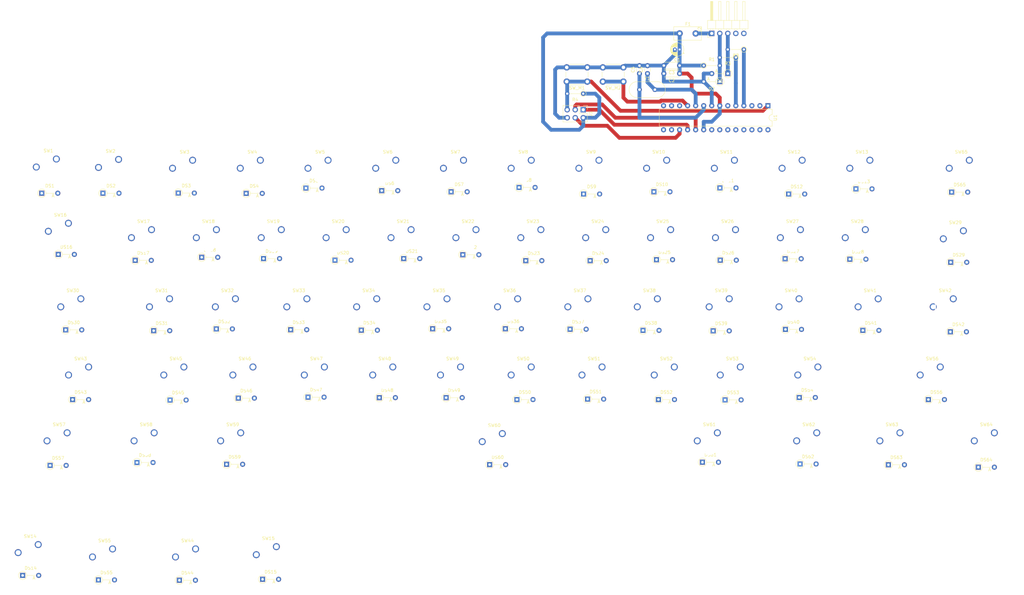
<source format=kicad_pcb>
(kicad_pcb (version 20171130) (host pcbnew 5.1.6)
  (layers (0 F.Cu signal) (31 B.Cu signal) (34 B.Paste user) (35 F.Paste user) (36 B.SilkS user) (37 F.SilkS user) (38 B.Mask user) (39 F.Mask user) (44 Edge.Cuts user))
  (net 0 "")
  (net 1 +5V)
  (net 2 GND)
  (net 3 "Net-(C4-Pad1)")
  (net 4 "Net-(C5-Pad1)")
  (net 5 "Net-(D1-Pad1)")
  (net 6 "Net-(D2-Pad1)")
  (net 7 /ROW0)
  (net 8 /ROW1)
  (net 9 /ROW2)
  (net 10 /ROW3)
  (net 11 /ROW4)
  (net 12 "Net-(F1-Pad2)")
  (net 13 /RESET)
  (net 14 /USB_D+)
  (net 15 /USB_D-)
  (net 16 /COL0)
  (net 17 /COL1)
  (net 18 /COL2)
  (net 19 /COL3)
  (net 20 /COL4)
  (net 21 /COL5)
  (net 22 /COL6)
  (net 23 /COL7)
  (net 24 /COL8)
  (net 25 /COL9)
  (net 26 /COL10)
  (net 27 /COL11)
  (net 28 /COL12)
  (net 29 "Net-(DS3-Pad2)")
  (net 30 "Net-(DS1-Pad2)")
  (net 31 "Net-(DS2-Pad2)")
  (net 32 "Net-(DS4-Pad2)")
  (net 33 "Net-(DS5-Pad2)")
  (net 34 "Net-(DS6-Pad2)")
  (net 35 "Net-(DS7-Pad2)")
  (net 36 "Net-(DS8-Pad2)")
  (net 37 "Net-(DS9-Pad2)")
  (net 38 "Net-(DS10-Pad2)")
  (net 39 "Net-(DS11-Pad2)")
  (net 40 "Net-(DS12-Pad2)")
  (net 41 "Net-(DS13-Pad2)")
  (net 42 "Net-(DS14-Pad2)")
  (net 43 "Net-(DS15-Pad2)")
  (net 44 "Net-(DS16-Pad2)")
  (net 45 "Net-(DS17-Pad2)")
  (net 46 "Net-(DS18-Pad2)")
  (net 47 "Net-(DS19-Pad2)")
  (net 48 "Net-(DS20-Pad2)")
  (net 49 "Net-(DS21-Pad2)")
  (net 50 "Net-(DS22-Pad2)")
  (net 51 "Net-(DS23-Pad2)")
  (net 52 "Net-(DS24-Pad2)")
  (net 53 "Net-(DS25-Pad2)")
  (net 54 "Net-(DS26-Pad2)")
  (net 55 "Net-(DS27-Pad2)")
  (net 56 "Net-(DS28-Pad2)")
  (net 57 "Net-(DS29-Pad2)")
  (net 58 "Net-(DS30-Pad2)")
  (net 59 "Net-(DS31-Pad2)")
  (net 60 "Net-(DS32-Pad2)")
  (net 61 "Net-(DS33-Pad2)")
  (net 62 "Net-(DS34-Pad2)")
  (net 63 "Net-(DS35-Pad2)")
  (net 64 "Net-(DS36-Pad2)")
  (net 65 "Net-(DS37-Pad2)")
  (net 66 "Net-(DS38-Pad2)")
  (net 67 "Net-(DS39-Pad2)")
  (net 68 "Net-(DS40-Pad2)")
  (net 69 "Net-(DS41-Pad2)")
  (net 70 "Net-(DS42-Pad2)")
  (net 71 "Net-(DS43-Pad2)")
  (net 72 "Net-(DS44-Pad2)")
  (net 73 "Net-(DS45-Pad2)")
  (net 74 "Net-(DS46-Pad2)")
  (net 75 "Net-(DS47-Pad2)")
  (net 76 "Net-(DS48-Pad2)")
  (net 77 "Net-(DS49-Pad2)")
  (net 78 "Net-(DS50-Pad2)")
  (net 79 "Net-(DS51-Pad2)")
  (net 80 "Net-(DS52-Pad2)")
  (net 81 "Net-(DS53-Pad2)")
  (net 82 "Net-(DS54-Pad2)")
  (net 83 "Net-(DS55-Pad2)")
  (net 84 "Net-(DS56-Pad2)")
  (net 85 "Net-(DS57-Pad2)")
  (net 86 "Net-(DS58-Pad2)")
  (net 87 "Net-(DS59-Pad2)")
  (net 88 "Net-(DS60-Pad2)")
  (net 89 "Net-(DS61-Pad2)")
  (net 90 "Net-(DS62-Pad2)")
  (net 91 "Net-(DS63-Pad2)")
  (net 92 "Net-(DS64-Pad2)")
  (net 93 "Net-(DS65-Pad2)")
  (module Connector_PinHeader_2.54mm:PinHeader_1x05_P2.54mm_Horizontal (layer F.Cu) (at 246.38 17.78 90)
    (fp_text reference J2 (at 1.27 -3.81 90) (layer F.SilkS))
    (fp_text value USB_OTG)
    (pad 5 thru_hole oval (at 0 10.16 90) (size 1.7 1.7) (drill 1) (layers *.Cu *.Mask))
    (pad 4 thru_hole oval (at 0 7.62 90) (size 1.7 1.7) (drill 1) (layers *.Cu *.Mask))
    (pad 3 thru_hole oval (at 0 5.08 90) (size 1.7 1.7) (drill 1) (layers *.Cu *.Mask) (net 5 "Net-(D1-Pad1)"))
    (pad 2 thru_hole oval (at 0 2.54 90) (size 1.7 1.7) (drill 1) (layers *.Cu *.Mask) (net 6 "Net-(D2-Pad1)"))
    (pad 1 thru_hole rect (at 0 0 90) (size 1.7 1.7) (drill 1) (layers *.Cu *.Mask) (net 12 "Net-(F1-Pad2)"))
  )
  (module Capacitor_THT:CP_Radial_D4.0mm_P1.50mm (layer F.Cu) (at 236.22 22.86 180)
    (fp_text reference C1 (at 0.75 -3.25) (layer F.SilkS))
    (fp_text value 10u)
    (pad 1 thru_hole rect (at 0 0 180) (size 1.2 1.2) (drill 0.6) (layers *.Cu *.Mask) (net 1 +5V))
    (pad 2 thru_hole circle (at 1.5 0 180) (size 1.2 1.2) (drill 0.6) (layers *.Cu *.Mask) (net 2 GND))
  )
  (module Capacitor_THT:C_Disc_D4.3mm_W1.9mm_P5.00mm (layer F.Cu) (at 236.22 30.48 180)
    (fp_text reference C2 (at 2.5 -2.2) (layer F.SilkS))
    (fp_text value 100n)
    (pad 1 thru_hole circle (at 0 0 180) (size 1.6 1.6) (drill 0.8) (layers *.Cu *.Mask) (net 1 +5V))
    (pad 2 thru_hole circle (at 5 0 180) (size 1.6 1.6) (drill 0.8) (layers *.Cu *.Mask) (net 2 GND))
  )
  (module Capacitor_THT:C_Disc_D4.3mm_W1.9mm_P5.00mm (layer F.Cu) (at 236.22 27.94 180)
    (fp_text reference C3 (at 2.5 -2.2) (layer F.SilkS))
    (fp_text value 100n)
    (pad 2 thru_hole circle (at 5 0 180) (size 1.6 1.6) (drill 0.8) (layers *.Cu *.Mask) (net 2 GND))
    (pad 1 thru_hole circle (at 0 0 180) (size 1.6 1.6) (drill 0.8) (layers *.Cu *.Mask) (net 1 +5V))
  )
  (module Capacitor_THT:C_Disc_D3.0mm_W1.6mm_P2.50mm (layer F.Cu) (at 226.06 30.48 90)
    (fp_text reference C4 (at 1.25 -2.05 90) (layer F.SilkS))
    (fp_text value 20p)
    (pad 1 thru_hole circle (at 0 0 90) (size 1.6 1.6) (drill 0.8) (layers *.Cu *.Mask) (net 3 "Net-(C4-Pad1)"))
    (pad 2 thru_hole circle (at 2.5 0 90) (size 1.6 1.6) (drill 0.8) (layers *.Cu *.Mask) (net 2 GND))
  )
  (module Capacitor_THT:C_Disc_D3.0mm_W1.6mm_P2.50mm (layer F.Cu) (at 223.52 30.48 90)
    (fp_text reference C5 (at 1.25 -2.05 90) (layer F.SilkS))
    (fp_text value 20p)
    (pad 2 thru_hole circle (at 2.5 0 90) (size 1.6 1.6) (drill 0.8) (layers *.Cu *.Mask) (net 2 GND))
    (pad 1 thru_hole circle (at 0 0 90) (size 1.6 1.6) (drill 0.8) (layers *.Cu *.Mask) (net 4 "Net-(C5-Pad1)"))
  )
  (module Diode_THT:D_DO-35_SOD27_P5.08mm_Vertical_AnodeUp (layer F.Cu) (at 251.46 30.48 180)
    (fp_text reference D1 (at 2.54 -2.326371) (layer F.SilkS))
    (fp_text value 3.6V)
    (fp_text user A (at 3.58 0.8) (layer F.SilkS))
    (pad 2 thru_hole oval (at 5.08 0 180) (size 1.6 1.6) (drill 0.8) (layers *.Cu *.Mask) (net 2 GND))
    (pad 1 thru_hole rect (at 0 0 180) (size 1.6 1.6) (drill 0.8) (layers *.Cu *.Mask) (net 5 "Net-(D1-Pad1)"))
  )
  (module Diode_THT:D_DO-35_SOD27_P5.08mm_Vertical_AnodeUp (layer F.Cu) (at 248.92 33.02 180)
    (fp_text reference D2 (at 2.54 -2.326371) (layer F.SilkS))
    (fp_text value 3.6V)
    (fp_text user A (at 3.58 0.8) (layer F.SilkS))
    (pad 2 thru_hole oval (at 5.08 0 180) (size 1.6 1.6) (drill 0.8) (layers *.Cu *.Mask) (net 2 GND))
    (pad 1 thru_hole rect (at 0 0 180) (size 1.6 1.6) (drill 0.8) (layers *.Cu *.Mask) (net 6 "Net-(D2-Pad1)"))
  )
  (module Fuse:Fuse_Littelfuse_395Series (layer F.Cu) (at 236.22 17.78)
    (fp_text reference F1 (at 2.65 -2.95) (layer F.SilkS))
    (fp_text value 100mA)
    (pad 1 thru_hole circle (at 0 0) (size 2 2) (drill 1) (layers *.Cu *.Mask) (net 1 +5V))
    (pad 2 thru_hole circle (at 5.08 0.01) (size 2 2) (drill 1) (layers *.Cu *.Mask) (net 12 "Net-(F1-Pad2)"))
  )
  (module Connector_PinHeader_2.54mm:PinHeader_2x03_P2.54mm_Vertical (layer F.Cu) (at 205.74 41.91 270)
    (fp_text reference J1 (at 1.27 -2.33 90) (layer F.SilkS))
    (fp_text value AVR_ISP_6)
    (pad 1 thru_hole rect (at 0 0 270) (size 1.7 1.7) (drill 1) (layers *.Cu *.Mask) (net 7 /ROW0))
    (pad 2 thru_hole oval (at 2.54 0 270) (size 1.7 1.7) (drill 1) (layers *.Cu *.Mask) (net 1 +5V))
    (pad 3 thru_hole oval (at 0 2.54 270) (size 1.7 1.7) (drill 1) (layers *.Cu *.Mask) (net 8 /ROW1))
    (pad 4 thru_hole oval (at 2.54 2.54 270) (size 1.7 1.7) (drill 1) (layers *.Cu *.Mask) (net 9 /ROW2))
    (pad 5 thru_hole oval (at 0 5.08 270) (size 1.7 1.7) (drill 1) (layers *.Cu *.Mask) (net 13 /RESET))
    (pad 6 thru_hole oval (at 2.54 5.08 270) (size 1.7 1.7) (drill 1) (layers *.Cu *.Mask) (net 2 GND))
  )
  (module Resistor_THT:R_Axial_DIN0204_L3.6mm_D1.6mm_P5.08mm_Vertical (layer F.Cu) (at 243.84 27.94)
    (fp_text reference R1 (at 2.54 -1.92) (layer F.SilkS))
    (fp_text value 1.5k)
    (pad 1 thru_hole circle (at 0 0) (size 1.4 1.4) (drill 0.7) (layers *.Cu *.Mask) (net 1 +5V))
    (pad 2 thru_hole oval (at 5.08 0) (size 1.4 1.4) (drill 0.7) (layers *.Cu *.Mask) (net 6 "Net-(D2-Pad1)"))
  )
  (module Resistor_THT:R_Axial_DIN0204_L3.6mm_D1.6mm_P5.08mm_Vertical (layer F.Cu) (at 256.54 22.86 180)
    (fp_text reference R2 (at 2.54 -1.92) (layer F.SilkS))
    (fp_text value 75R)
    (pad 1 thru_hole circle (at 0 0 180) (size 1.4 1.4) (drill 0.7) (layers *.Cu *.Mask) (net 14 /USB_D+))
    (pad 2 thru_hole oval (at 5.08 0 180) (size 1.4 1.4) (drill 0.7) (layers *.Cu *.Mask) (net 5 "Net-(D1-Pad1)"))
  )
  (module Resistor_THT:R_Axial_DIN0204_L3.6mm_D1.6mm_P5.08mm_Vertical (layer F.Cu) (at 254 25.4 180)
    (fp_text reference R3 (at 2.54 -1.92) (layer F.SilkS))
    (fp_text value 75R)
    (pad 2 thru_hole oval (at 5.08 0 180) (size 1.4 1.4) (drill 0.7) (layers *.Cu *.Mask) (net 6 "Net-(D2-Pad1)"))
    (pad 1 thru_hole circle (at 0 0 180) (size 1.4 1.4) (drill 0.7) (layers *.Cu *.Mask) (net 15 /USB_D-))
  )
  (module Resistor_THT:R_Axial_DIN0204_L3.6mm_D1.6mm_P5.08mm_Vertical (layer F.Cu) (at 205.74 36.83 180)
    (fp_text reference R4 (at 2.54 -1.92) (layer F.SilkS))
    (fp_text value 10k)
    (pad 2 thru_hole oval (at 5.08 0 180) (size 1.4 1.4) (drill 0.7) (layers *.Cu *.Mask) (net 13 /RESET))
    (pad 1 thru_hole circle (at 0 0 180) (size 1.4 1.4) (drill 0.7) (layers *.Cu *.Mask) (net 1 +5V))
  )
  (module Keebio-Parts:MX_Stabilizer_Cutout-2u (layer F.Cu) (at 178.1556 149.4786)
    (fp_text reference STAB1 hide)
    (fp_text value 2U hide)
    (pad "" np_thru_hole oval (at -11.938 7.7724) (size 3.048 0.3048) (drill oval 3.048 0.3048) (layers *.Cu *.Mask))
    (pad "" np_thru_hole oval (at -10.5664 7.112) (size 0.3048 1.4732) (drill oval 0.3048 1.4732) (layers *.Cu *.Mask))
    (pad "" np_thru_hole oval (at -13.3096 7.112) (size 0.3048 1.4732) (drill oval 0.3048 1.4732) (layers *.Cu *.Mask))
    (pad "" np_thru_hole oval (at -15.5448 0.3556) (size 1.1684 0.3048) (drill oval 1.1684 0.3048) (layers *.Cu *.Mask))
    (pad "" np_thru_hole oval (at -11.938 6.4516) (size 6.6548 0.3048) (drill oval 6.6548 0.3048) (layers *.Cu *.Mask))
    (pad "" np_thru_hole oval (at -8.763 0.4572) (size 0.3048 12.2936) (drill oval 0.3048 12.2936) (layers *.Cu *.Mask))
    (pad "" np_thru_hole oval (at -15.113 0.4572) (size 0.3048 12.2936) (drill oval 0.3048 12.2936) (layers *.Cu *.Mask))
    (pad "" np_thru_hole oval (at -15.9766 -0.889) (size 0.3048 2.794) (drill oval 0.3048 2.794) (layers *.Cu *.Mask))
    (pad "" np_thru_hole oval (at -15.5448 -2.1336) (size 1.1684 0.3048) (drill oval 1.1684 0.3048) (layers *.Cu *.Mask))
    (pad "" np_thru_hole oval (at -11.938 -5.5372) (size 6.6548 0.3048) (drill oval 6.6548 0.3048) (layers *.Cu *.Mask))
    (pad "" np_thru_hole oval (at 15.5448 0.3556) (size 1.1684 0.3048) (drill oval 1.1684 0.3048) (layers *.Cu *.Mask))
    (pad "" np_thru_hole oval (at 13.3096 7.112) (size 0.3048 1.4732) (drill oval 0.3048 1.4732) (layers *.Cu *.Mask))
    (pad "" np_thru_hole oval (at 15.5448 -2.1336) (size 1.1684 0.3048) (drill oval 1.1684 0.3048) (layers *.Cu *.Mask))
    (pad "" np_thru_hole oval (at 10.5664 7.112) (size 0.3048 1.4732) (drill oval 0.3048 1.4732) (layers *.Cu *.Mask))
    (pad "" np_thru_hole oval (at 15.9766 -0.889) (size 0.3048 2.794) (drill oval 0.3048 2.794) (layers *.Cu *.Mask))
    (pad "" np_thru_hole oval (at 15.113 0.4572) (size 0.3048 12.2936) (drill oval 0.3048 12.2936) (layers *.Cu *.Mask))
    (pad "" np_thru_hole oval (at 11.938 6.4516) (size 6.6548 0.3048) (drill oval 6.6548 0.3048) (layers *.Cu *.Mask))
    (pad "" np_thru_hole oval (at 8.763 0.4572) (size 0.3048 12.2936) (drill oval 0.3048 12.2936) (layers *.Cu *.Mask))
    (pad "" np_thru_hole oval (at 11.938 -5.5372) (size 6.6548 0.3048) (drill oval 6.6548 0.3048) (layers *.Cu *.Mask))
    (pad "" np_thru_hole oval (at 11.938 7.7724) (size 3.048 0.3048) (drill oval 3.048 0.3048) (layers *.Cu *.Mask))
  )
  (module Keebio-Parts:MX_Stabilizer_Cutout-2u (layer F.Cu) (at 152.6032 183.896)
    (fp_text reference STAB2 hide)
    (fp_text value 2U hide)
    (pad "" np_thru_hole oval (at -11.938 7.7724) (size 3.048 0.3048) (drill oval 3.048 0.3048) (layers *.Cu *.Mask))
    (pad "" np_thru_hole oval (at -10.5664 7.112) (size 0.3048 1.4732) (drill oval 0.3048 1.4732) (layers *.Cu *.Mask))
    (pad "" np_thru_hole oval (at -13.3096 7.112) (size 0.3048 1.4732) (drill oval 0.3048 1.4732) (layers *.Cu *.Mask))
    (pad "" np_thru_hole oval (at -15.5448 0.3556) (size 1.1684 0.3048) (drill oval 1.1684 0.3048) (layers *.Cu *.Mask))
    (pad "" np_thru_hole oval (at -11.938 6.4516) (size 6.6548 0.3048) (drill oval 6.6548 0.3048) (layers *.Cu *.Mask))
    (pad "" np_thru_hole oval (at -8.763 0.4572) (size 0.3048 12.2936) (drill oval 0.3048 12.2936) (layers *.Cu *.Mask))
    (pad "" np_thru_hole oval (at -15.113 0.4572) (size 0.3048 12.2936) (drill oval 0.3048 12.2936) (layers *.Cu *.Mask))
    (pad "" np_thru_hole oval (at -15.9766 -0.889) (size 0.3048 2.794) (drill oval 0.3048 2.794) (layers *.Cu *.Mask))
    (pad "" np_thru_hole oval (at -15.5448 -2.1336) (size 1.1684 0.3048) (drill oval 1.1684 0.3048) (layers *.Cu *.Mask))
    (pad "" np_thru_hole oval (at -11.938 -5.5372) (size 6.6548 0.3048) (drill oval 6.6548 0.3048) (layers *.Cu *.Mask))
    (pad "" np_thru_hole oval (at 15.5448 0.3556) (size 1.1684 0.3048) (drill oval 1.1684 0.3048) (layers *.Cu *.Mask))
    (pad "" np_thru_hole oval (at 13.3096 7.112) (size 0.3048 1.4732) (drill oval 0.3048 1.4732) (layers *.Cu *.Mask))
    (pad "" np_thru_hole oval (at 15.5448 -2.1336) (size 1.1684 0.3048) (drill oval 1.1684 0.3048) (layers *.Cu *.Mask))
    (pad "" np_thru_hole oval (at 10.5664 7.112) (size 0.3048 1.4732) (drill oval 0.3048 1.4732) (layers *.Cu *.Mask))
    (pad "" np_thru_hole oval (at 15.9766 -0.889) (size 0.3048 2.794) (drill oval 0.3048 2.794) (layers *.Cu *.Mask))
    (pad "" np_thru_hole oval (at 15.113 0.4572) (size 0.3048 12.2936) (drill oval 0.3048 12.2936) (layers *.Cu *.Mask))
    (pad "" np_thru_hole oval (at 11.938 6.4516) (size 6.6548 0.3048) (drill oval 6.6548 0.3048) (layers *.Cu *.Mask))
    (pad "" np_thru_hole oval (at 8.763 0.4572) (size 0.3048 12.2936) (drill oval 0.3048 12.2936) (layers *.Cu *.Mask))
    (pad "" np_thru_hole oval (at 11.938 -5.5372) (size 6.6548 0.3048) (drill oval 6.6548 0.3048) (layers *.Cu *.Mask))
    (pad "" np_thru_hole oval (at 11.938 7.7724) (size 3.048 0.3048) (drill oval 3.048 0.3048) (layers *.Cu *.Mask))
  )
  (module Keebio-Parts:MX_Stabilizer_Cutout-2u (layer F.Cu) (at 46.482 128.3966)
    (fp_text reference STAB3 hide)
    (fp_text value 2U hide)
    (pad "" np_thru_hole oval (at 11.938 7.7724) (size 3.048 0.3048) (drill oval 3.048 0.3048) (layers *.Cu *.Mask))
    (pad "" np_thru_hole oval (at 11.938 -5.5372) (size 6.6548 0.3048) (drill oval 6.6548 0.3048) (layers *.Cu *.Mask))
    (pad "" np_thru_hole oval (at 8.763 0.4572) (size 0.3048 12.2936) (drill oval 0.3048 12.2936) (layers *.Cu *.Mask))
    (pad "" np_thru_hole oval (at 11.938 6.4516) (size 6.6548 0.3048) (drill oval 6.6548 0.3048) (layers *.Cu *.Mask))
    (pad "" np_thru_hole oval (at 15.113 0.4572) (size 0.3048 12.2936) (drill oval 0.3048 12.2936) (layers *.Cu *.Mask))
    (pad "" np_thru_hole oval (at 15.9766 -0.889) (size 0.3048 2.794) (drill oval 0.3048 2.794) (layers *.Cu *.Mask))
    (pad "" np_thru_hole oval (at 10.5664 7.112) (size 0.3048 1.4732) (drill oval 0.3048 1.4732) (layers *.Cu *.Mask))
    (pad "" np_thru_hole oval (at 15.5448 -2.1336) (size 1.1684 0.3048) (drill oval 1.1684 0.3048) (layers *.Cu *.Mask))
    (pad "" np_thru_hole oval (at 13.3096 7.112) (size 0.3048 1.4732) (drill oval 0.3048 1.4732) (layers *.Cu *.Mask))
    (pad "" np_thru_hole oval (at 15.5448 0.3556) (size 1.1684 0.3048) (drill oval 1.1684 0.3048) (layers *.Cu *.Mask))
    (pad "" np_thru_hole oval (at -11.938 -5.5372) (size 6.6548 0.3048) (drill oval 6.6548 0.3048) (layers *.Cu *.Mask))
    (pad "" np_thru_hole oval (at -15.5448 -2.1336) (size 1.1684 0.3048) (drill oval 1.1684 0.3048) (layers *.Cu *.Mask))
    (pad "" np_thru_hole oval (at -15.9766 -0.889) (size 0.3048 2.794) (drill oval 0.3048 2.794) (layers *.Cu *.Mask))
    (pad "" np_thru_hole oval (at -15.113 0.4572) (size 0.3048 12.2936) (drill oval 0.3048 12.2936) (layers *.Cu *.Mask))
    (pad "" np_thru_hole oval (at -8.763 0.4572) (size 0.3048 12.2936) (drill oval 0.3048 12.2936) (layers *.Cu *.Mask))
    (pad "" np_thru_hole oval (at -11.938 6.4516) (size 6.6548 0.3048) (drill oval 6.6548 0.3048) (layers *.Cu *.Mask))
    (pad "" np_thru_hole oval (at -15.5448 0.3556) (size 1.1684 0.3048) (drill oval 1.1684 0.3048) (layers *.Cu *.Mask))
    (pad "" np_thru_hole oval (at -13.3096 7.112) (size 0.3048 1.4732) (drill oval 0.3048 1.4732) (layers *.Cu *.Mask))
    (pad "" np_thru_hole oval (at -10.5664 7.112) (size 0.3048 1.4732) (drill oval 0.3048 1.4732) (layers *.Cu *.Mask))
    (pad "" np_thru_hole oval (at -11.938 7.7724) (size 3.048 0.3048) (drill oval 3.048 0.3048) (layers *.Cu *.Mask))
  )
  (module Keebio-Parts:MX_Stabilizer_Cutout-2u (layer F.Cu) (at 318.5668 128.3966)
    (fp_text reference STAB4 hide)
    (fp_text value 2U hide)
    (pad "" np_thru_hole oval (at 11.938 7.7724) (size 3.048 0.3048) (drill oval 3.048 0.3048) (layers *.Cu *.Mask))
    (pad "" np_thru_hole oval (at 11.938 -5.5372) (size 6.6548 0.3048) (drill oval 6.6548 0.3048) (layers *.Cu *.Mask))
    (pad "" np_thru_hole oval (at 8.763 0.4572) (size 0.3048 12.2936) (drill oval 0.3048 12.2936) (layers *.Cu *.Mask))
    (pad "" np_thru_hole oval (at 11.938 6.4516) (size 6.6548 0.3048) (drill oval 6.6548 0.3048) (layers *.Cu *.Mask))
    (pad "" np_thru_hole oval (at 15.113 0.4572) (size 0.3048 12.2936) (drill oval 0.3048 12.2936) (layers *.Cu *.Mask))
    (pad "" np_thru_hole oval (at 15.9766 -0.889) (size 0.3048 2.794) (drill oval 0.3048 2.794) (layers *.Cu *.Mask))
    (pad "" np_thru_hole oval (at 10.5664 7.112) (size 0.3048 1.4732) (drill oval 0.3048 1.4732) (layers *.Cu *.Mask))
    (pad "" np_thru_hole oval (at 15.5448 -2.1336) (size 1.1684 0.3048) (drill oval 1.1684 0.3048) (layers *.Cu *.Mask))
    (pad "" np_thru_hole oval (at 13.3096 7.112) (size 0.3048 1.4732) (drill oval 0.3048 1.4732) (layers *.Cu *.Mask))
    (pad "" np_thru_hole oval (at 15.5448 0.3556) (size 1.1684 0.3048) (drill oval 1.1684 0.3048) (layers *.Cu *.Mask))
    (pad "" np_thru_hole oval (at -11.938 -5.5372) (size 6.6548 0.3048) (drill oval 6.6548 0.3048) (layers *.Cu *.Mask))
    (pad "" np_thru_hole oval (at -15.5448 -2.1336) (size 1.1684 0.3048) (drill oval 1.1684 0.3048) (layers *.Cu *.Mask))
    (pad "" np_thru_hole oval (at -15.9766 -0.889) (size 0.3048 2.794) (drill oval 0.3048 2.794) (layers *.Cu *.Mask))
    (pad "" np_thru_hole oval (at -15.113 0.4572) (size 0.3048 12.2936) (drill oval 0.3048 12.2936) (layers *.Cu *.Mask))
    (pad "" np_thru_hole oval (at -8.763 0.4572) (size 0.3048 12.2936) (drill oval 0.3048 12.2936) (layers *.Cu *.Mask))
    (pad "" np_thru_hole oval (at -11.938 6.4516) (size 6.6548 0.3048) (drill oval 6.6548 0.3048) (layers *.Cu *.Mask))
    (pad "" np_thru_hole oval (at -15.5448 0.3556) (size 1.1684 0.3048) (drill oval 1.1684 0.3048) (layers *.Cu *.Mask))
    (pad "" np_thru_hole oval (at -13.3096 7.112) (size 0.3048 1.4732) (drill oval 0.3048 1.4732) (layers *.Cu *.Mask))
    (pad "" np_thru_hole oval (at -10.5664 7.112) (size 0.3048 1.4732) (drill oval 0.3048 1.4732) (layers *.Cu *.Mask))
    (pad "" np_thru_hole oval (at -11.938 7.7724) (size 3.048 0.3048) (drill oval 3.048 0.3048) (layers *.Cu *.Mask))
  )
  (module Keebio-Parts:MX_Stabilizer_Cutout-2u (layer F.Cu) (at 325.882 106.832)
    (fp_text reference STAB5 hide)
    (fp_text value 2U hide)
    (pad "" np_thru_hole oval (at -11.938 7.7724) (size 3.048 0.3048) (drill oval 3.048 0.3048) (layers *.Cu *.Mask))
    (pad "" np_thru_hole oval (at -10.5664 7.112) (size 0.3048 1.4732) (drill oval 0.3048 1.4732) (layers *.Cu *.Mask))
    (pad "" np_thru_hole oval (at -13.3096 7.112) (size 0.3048 1.4732) (drill oval 0.3048 1.4732) (layers *.Cu *.Mask))
    (pad "" np_thru_hole oval (at -15.5448 0.3556) (size 1.1684 0.3048) (drill oval 1.1684 0.3048) (layers *.Cu *.Mask))
    (pad "" np_thru_hole oval (at -11.938 6.4516) (size 6.6548 0.3048) (drill oval 6.6548 0.3048) (layers *.Cu *.Mask))
    (pad "" np_thru_hole oval (at -8.763 0.4572) (size 0.3048 12.2936) (drill oval 0.3048 12.2936) (layers *.Cu *.Mask))
    (pad "" np_thru_hole oval (at -15.113 0.4572) (size 0.3048 12.2936) (drill oval 0.3048 12.2936) (layers *.Cu *.Mask))
    (pad "" np_thru_hole oval (at -15.9766 -0.889) (size 0.3048 2.794) (drill oval 0.3048 2.794) (layers *.Cu *.Mask))
    (pad "" np_thru_hole oval (at -15.5448 -2.1336) (size 1.1684 0.3048) (drill oval 1.1684 0.3048) (layers *.Cu *.Mask))
    (pad "" np_thru_hole oval (at -11.938 -5.5372) (size 6.6548 0.3048) (drill oval 6.6548 0.3048) (layers *.Cu *.Mask))
    (pad "" np_thru_hole oval (at 15.5448 0.3556) (size 1.1684 0.3048) (drill oval 1.1684 0.3048) (layers *.Cu *.Mask))
    (pad "" np_thru_hole oval (at 13.3096 7.112) (size 0.3048 1.4732) (drill oval 0.3048 1.4732) (layers *.Cu *.Mask))
    (pad "" np_thru_hole oval (at 15.5448 -2.1336) (size 1.1684 0.3048) (drill oval 1.1684 0.3048) (layers *.Cu *.Mask))
    (pad "" np_thru_hole oval (at 10.5664 7.112) (size 0.3048 1.4732) (drill oval 0.3048 1.4732) (layers *.Cu *.Mask))
    (pad "" np_thru_hole oval (at 15.9766 -0.889) (size 0.3048 2.794) (drill oval 0.3048 2.794) (layers *.Cu *.Mask))
    (pad "" np_thru_hole oval (at 15.113 0.4572) (size 0.3048 12.2936) (drill oval 0.3048 12.2936) (layers *.Cu *.Mask))
    (pad "" np_thru_hole oval (at 11.938 6.4516) (size 6.6548 0.3048) (drill oval 6.6548 0.3048) (layers *.Cu *.Mask))
    (pad "" np_thru_hole oval (at 8.763 0.4572) (size 0.3048 12.2936) (drill oval 0.3048 12.2936) (layers *.Cu *.Mask))
    (pad "" np_thru_hole oval (at 11.938 -5.5372) (size 6.6548 0.3048) (drill oval 6.6548 0.3048) (layers *.Cu *.Mask))
    (pad "" np_thru_hole oval (at 11.938 7.7724) (size 3.048 0.3048) (drill oval 3.048 0.3048) (layers *.Cu *.Mask))
  )
  (module Keebio-Parts:MX_Stabilizer_Cutout-2u (layer F.Cu) (at 324.3072 62.3316)
    (fp_text reference STAB6 hide)
    (fp_text value 2U hide)
    (pad "" np_thru_hole oval (at 11.938 7.7724) (size 3.048 0.3048) (drill oval 3.048 0.3048) (layers *.Cu *.Mask))
    (pad "" np_thru_hole oval (at 11.938 -5.5372) (size 6.6548 0.3048) (drill oval 6.6548 0.3048) (layers *.Cu *.Mask))
    (pad "" np_thru_hole oval (at 8.763 0.4572) (size 0.3048 12.2936) (drill oval 0.3048 12.2936) (layers *.Cu *.Mask))
    (pad "" np_thru_hole oval (at 11.938 6.4516) (size 6.6548 0.3048) (drill oval 6.6548 0.3048) (layers *.Cu *.Mask))
    (pad "" np_thru_hole oval (at 15.113 0.4572) (size 0.3048 12.2936) (drill oval 0.3048 12.2936) (layers *.Cu *.Mask))
    (pad "" np_thru_hole oval (at 15.9766 -0.889) (size 0.3048 2.794) (drill oval 0.3048 2.794) (layers *.Cu *.Mask))
    (pad "" np_thru_hole oval (at 10.5664 7.112) (size 0.3048 1.4732) (drill oval 0.3048 1.4732) (layers *.Cu *.Mask))
    (pad "" np_thru_hole oval (at 15.5448 -2.1336) (size 1.1684 0.3048) (drill oval 1.1684 0.3048) (layers *.Cu *.Mask))
    (pad "" np_thru_hole oval (at 13.3096 7.112) (size 0.3048 1.4732) (drill oval 0.3048 1.4732) (layers *.Cu *.Mask))
    (pad "" np_thru_hole oval (at 15.5448 0.3556) (size 1.1684 0.3048) (drill oval 1.1684 0.3048) (layers *.Cu *.Mask))
    (pad "" np_thru_hole oval (at -11.938 -5.5372) (size 6.6548 0.3048) (drill oval 6.6548 0.3048) (layers *.Cu *.Mask))
    (pad "" np_thru_hole oval (at -15.5448 -2.1336) (size 1.1684 0.3048) (drill oval 1.1684 0.3048) (layers *.Cu *.Mask))
    (pad "" np_thru_hole oval (at -15.9766 -0.889) (size 0.3048 2.794) (drill oval 0.3048 2.794) (layers *.Cu *.Mask))
    (pad "" np_thru_hole oval (at -15.113 0.4572) (size 0.3048 12.2936) (drill oval 0.3048 12.2936) (layers *.Cu *.Mask))
    (pad "" np_thru_hole oval (at -8.763 0.4572) (size 0.3048 12.2936) (drill oval 0.3048 12.2936) (layers *.Cu *.Mask))
    (pad "" np_thru_hole oval (at -11.938 6.4516) (size 6.6548 0.3048) (drill oval 6.6548 0.3048) (layers *.Cu *.Mask))
    (pad "" np_thru_hole oval (at -15.5448 0.3556) (size 1.1684 0.3048) (drill oval 1.1684 0.3048) (layers *.Cu *.Mask))
    (pad "" np_thru_hole oval (at -13.3096 7.112) (size 0.3048 1.4732) (drill oval 0.3048 1.4732) (layers *.Cu *.Mask))
    (pad "" np_thru_hole oval (at -10.5664 7.112) (size 0.3048 1.4732) (drill oval 0.3048 1.4732) (layers *.Cu *.Mask))
    (pad "" np_thru_hole oval (at -11.938 7.7724) (size 3.048 0.3048) (drill oval 3.048 0.3048) (layers *.Cu *.Mask))
  )
  (module SMKJP:SW_Cherry_MX1A_1.00u_PCB (layer F.Cu) (at 36.5252 62.5856)
    (fp_text reference SW1 (at 0 -7.7) (layer F.SilkS))
    (fp_text value GRV)
    (pad "" np_thru_hole circle (at 5.08 0) (size 1.7 1.7) (drill 1.7) (layers *.Cu *.Mask))
    (pad "" np_thru_hole circle (at -5.08 0) (size 1.7 1.7) (drill 1.7) (layers *.Cu *.Mask))
    (pad "" np_thru_hole circle (at 0 0) (size 4 4) (drill 4) (layers *.Cu *.Mask))
    (pad 1 thru_hole circle (at -3.81 -2.54) (size 2.2 2.2) (drill 1.5) (layers *.Cu *.Mask) (net 16 /COL0))
    (pad 2 thru_hole circle (at 2.54 -5.08) (size 2.2 2.2) (drill 1.5) (layers *.Cu *.Mask) (net 30 "Net-(DS1-Pad2)"))
  )
  (module SMKJP:SW_Cherry_MX1A_1.00u_PCB (layer F.Cu) (at 56.2102 62.7126)
    (fp_text reference SW2 (at 0 -7.7) (layer F.SilkS))
    (fp_text value 1)
    (pad 2 thru_hole circle (at 2.54 -5.08) (size 2.2 2.2) (drill 1.5) (layers *.Cu *.Mask) (net 31 "Net-(DS2-Pad2)"))
    (pad 1 thru_hole circle (at -3.81 -2.54) (size 2.2 2.2) (drill 1.5) (layers *.Cu *.Mask) (net 17 /COL1))
    (pad "" np_thru_hole circle (at 0 0) (size 4 4) (drill 4) (layers *.Cu *.Mask))
    (pad "" np_thru_hole circle (at -5.08 0) (size 1.7 1.7) (drill 1.7) (layers *.Cu *.Mask))
    (pad "" np_thru_hole circle (at 5.08 0) (size 1.7 1.7) (drill 1.7) (layers *.Cu *.Mask))
  )
  (module SMKJP:SW_Cherry_MX1A_1.00u_PCB (layer F.Cu) (at 79.627046 62.9666)
    (fp_text reference SW3 (at 0 -7.7) (layer F.SilkS))
    (fp_text value 2)
    (pad "" np_thru_hole circle (at 5.08 0) (size 1.7 1.7) (drill 1.7) (layers *.Cu *.Mask))
    (pad "" np_thru_hole circle (at -5.08 0) (size 1.7 1.7) (drill 1.7) (layers *.Cu *.Mask))
    (pad "" np_thru_hole circle (at 0 0) (size 4 4) (drill 4) (layers *.Cu *.Mask))
    (pad 1 thru_hole circle (at -3.81 -2.54) (size 2.2 2.2) (drill 1.5) (layers *.Cu *.Mask) (net 18 /COL2))
    (pad 2 thru_hole circle (at 2.54 -5.08) (size 2.2 2.2) (drill 1.5) (layers *.Cu *.Mask) (net 29 "Net-(DS3-Pad2)"))
  )
  (module SMKJP:SW_Cherry_MX1A_1.00u_PCB (layer F.Cu) (at 101.050969 62.9666)
    (fp_text reference SW4 (at 0 -7.7) (layer F.SilkS))
    (fp_text value 3)
    (pad "" np_thru_hole circle (at 5.08 0) (size 1.7 1.7) (drill 1.7) (layers *.Cu *.Mask))
    (pad "" np_thru_hole circle (at -5.08 0) (size 1.7 1.7) (drill 1.7) (layers *.Cu *.Mask))
    (pad "" np_thru_hole circle (at 0 0) (size 4 4) (drill 4) (layers *.Cu *.Mask))
    (pad 1 thru_hole circle (at -3.81 -2.54) (size 2.2 2.2) (drill 1.5) (layers *.Cu *.Mask) (net 19 /COL3))
    (pad 2 thru_hole circle (at 2.54 -5.08) (size 2.2 2.2) (drill 1.5) (layers *.Cu *.Mask) (net 32 "Net-(DS4-Pad2)"))
  )
  (module SMKJP:SW_Cherry_MX1A_1.00u_PCB (layer F.Cu) (at 122.474892 62.9666)
    (fp_text reference SW5 (at 0 -7.7) (layer F.SilkS))
    (fp_text value 4)
    (pad 2 thru_hole circle (at 2.54 -5.08) (size 2.2 2.2) (drill 1.5) (layers *.Cu *.Mask) (net 33 "Net-(DS5-Pad2)"))
    (pad 1 thru_hole circle (at -3.81 -2.54) (size 2.2 2.2) (drill 1.5) (layers *.Cu *.Mask) (net 20 /COL4))
    (pad "" np_thru_hole circle (at 0 0) (size 4 4) (drill 4) (layers *.Cu *.Mask))
    (pad "" np_thru_hole circle (at -5.08 0) (size 1.7 1.7) (drill 1.7) (layers *.Cu *.Mask))
    (pad "" np_thru_hole circle (at 5.08 0) (size 1.7 1.7) (drill 1.7) (layers *.Cu *.Mask))
  )
  (module SMKJP:SW_Cherry_MX1A_1.00u_PCB (layer F.Cu) (at 143.898815 62.9666)
    (fp_text reference SW6 (at 0 -7.7) (layer F.SilkS))
    (fp_text value 5)
    (pad 2 thru_hole circle (at 2.54 -5.08) (size 2.2 2.2) (drill 1.5) (layers *.Cu *.Mask) (net 34 "Net-(DS6-Pad2)"))
    (pad 1 thru_hole circle (at -3.81 -2.54) (size 2.2 2.2) (drill 1.5) (layers *.Cu *.Mask) (net 21 /COL5))
    (pad "" np_thru_hole circle (at 0 0) (size 4 4) (drill 4) (layers *.Cu *.Mask))
    (pad "" np_thru_hole circle (at -5.08 0) (size 1.7 1.7) (drill 1.7) (layers *.Cu *.Mask))
    (pad "" np_thru_hole circle (at 5.08 0) (size 1.7 1.7) (drill 1.7) (layers *.Cu *.Mask))
  )
  (module SMKJP:SW_Cherry_MX1A_1.00u_PCB (layer F.Cu) (at 165.322738 62.9666)
    (fp_text reference SW7 (at 0 -7.7) (layer F.SilkS))
    (fp_text value 6)
    (pad 2 thru_hole circle (at 2.54 -5.08) (size 2.2 2.2) (drill 1.5) (layers *.Cu *.Mask) (net 35 "Net-(DS7-Pad2)"))
    (pad 1 thru_hole circle (at -3.81 -2.54) (size 2.2 2.2) (drill 1.5) (layers *.Cu *.Mask) (net 22 /COL6))
    (pad "" np_thru_hole circle (at 0 0) (size 4 4) (drill 4) (layers *.Cu *.Mask))
    (pad "" np_thru_hole circle (at -5.08 0) (size 1.7 1.7) (drill 1.7) (layers *.Cu *.Mask))
    (pad "" np_thru_hole circle (at 5.08 0) (size 1.7 1.7) (drill 1.7) (layers *.Cu *.Mask))
  )
  (module SMKJP:SW_Cherry_MX1A_1.00u_PCB (layer F.Cu) (at 186.746661 62.9666)
    (fp_text reference SW8 (at 0 -7.7) (layer F.SilkS))
    (fp_text value 7)
    (pad "" np_thru_hole circle (at 5.08 0) (size 1.7 1.7) (drill 1.7) (layers *.Cu *.Mask))
    (pad "" np_thru_hole circle (at -5.08 0) (size 1.7 1.7) (drill 1.7) (layers *.Cu *.Mask))
    (pad "" np_thru_hole circle (at 0 0) (size 4 4) (drill 4) (layers *.Cu *.Mask))
    (pad 1 thru_hole circle (at -3.81 -2.54) (size 2.2 2.2) (drill 1.5) (layers *.Cu *.Mask) (net 23 /COL7))
    (pad 2 thru_hole circle (at 2.54 -5.08) (size 2.2 2.2) (drill 1.5) (layers *.Cu *.Mask) (net 36 "Net-(DS8-Pad2)"))
  )
  (module SMKJP:SW_Cherry_MX1A_1.00u_PCB (layer F.Cu) (at 208.170584 62.9666)
    (fp_text reference SW9 (at 0 -7.7) (layer F.SilkS))
    (fp_text value 8)
    (pad 2 thru_hole circle (at 2.54 -5.08) (size 2.2 2.2) (drill 1.5) (layers *.Cu *.Mask) (net 37 "Net-(DS9-Pad2)"))
    (pad 1 thru_hole circle (at -3.81 -2.54) (size 2.2 2.2) (drill 1.5) (layers *.Cu *.Mask) (net 24 /COL8))
    (pad "" np_thru_hole circle (at 0 0) (size 4 4) (drill 4) (layers *.Cu *.Mask))
    (pad "" np_thru_hole circle (at -5.08 0) (size 1.7 1.7) (drill 1.7) (layers *.Cu *.Mask))
    (pad "" np_thru_hole circle (at 5.08 0) (size 1.7 1.7) (drill 1.7) (layers *.Cu *.Mask))
  )
  (module SMKJP:SW_Cherry_MX1A_1.00u_PCB (layer F.Cu) (at 229.594507 62.9666)
    (fp_text reference SW10 (at 0 -7.7) (layer F.SilkS))
    (fp_text value 9)
    (pad "" np_thru_hole circle (at 5.08 0) (size 1.7 1.7) (drill 1.7) (layers *.Cu *.Mask))
    (pad "" np_thru_hole circle (at -5.08 0) (size 1.7 1.7) (drill 1.7) (layers *.Cu *.Mask))
    (pad "" np_thru_hole circle (at 0 0) (size 4 4) (drill 4) (layers *.Cu *.Mask))
    (pad 1 thru_hole circle (at -3.81 -2.54) (size 2.2 2.2) (drill 1.5) (layers *.Cu *.Mask) (net 25 /COL9))
    (pad 2 thru_hole circle (at 2.54 -5.08) (size 2.2 2.2) (drill 1.5) (layers *.Cu *.Mask) (net 38 "Net-(DS10-Pad2)"))
  )
  (module SMKJP:SW_Cherry_MX1A_1.00u_PCB (layer F.Cu) (at 251.01843 62.9666)
    (fp_text reference SW11 (at 0 -7.7) (layer F.SilkS))
    (fp_text value 0)
    (pad "" np_thru_hole circle (at 5.08 0) (size 1.7 1.7) (drill 1.7) (layers *.Cu *.Mask))
    (pad "" np_thru_hole circle (at -5.08 0) (size 1.7 1.7) (drill 1.7) (layers *.Cu *.Mask))
    (pad "" np_thru_hole circle (at 0 0) (size 4 4) (drill 4) (layers *.Cu *.Mask))
    (pad 1 thru_hole circle (at -3.81 -2.54) (size 2.2 2.2) (drill 1.5) (layers *.Cu *.Mask) (net 26 /COL10))
    (pad 2 thru_hole circle (at 2.54 -5.08) (size 2.2 2.2) (drill 1.5) (layers *.Cu *.Mask) (net 39 "Net-(DS11-Pad2)"))
  )
  (module SMKJP:SW_Cherry_MX1A_1.00u_PCB (layer F.Cu) (at 272.442353 62.9666)
    (fp_text reference SW12 (at 0 -7.7) (layer F.SilkS))
    (fp_text value MINS)
    (pad "" np_thru_hole circle (at 5.08 0) (size 1.7 1.7) (drill 1.7) (layers *.Cu *.Mask))
    (pad "" np_thru_hole circle (at -5.08 0) (size 1.7 1.7) (drill 1.7) (layers *.Cu *.Mask))
    (pad "" np_thru_hole circle (at 0 0) (size 4 4) (drill 4) (layers *.Cu *.Mask))
    (pad 1 thru_hole circle (at -3.81 -2.54) (size 2.2 2.2) (drill 1.5) (layers *.Cu *.Mask) (net 27 /COL11))
    (pad 2 thru_hole circle (at 2.54 -5.08) (size 2.2 2.2) (drill 1.5) (layers *.Cu *.Mask) (net 40 "Net-(DS12-Pad2)"))
  )
  (module SMKJP:SW_Cherry_MX1A_1.00u_PCB (layer F.Cu) (at 293.866276 62.9666)
    (fp_text reference SW13 (at 0 -7.7) (layer F.SilkS))
    (fp_text value EQL)
    (pad "" np_thru_hole circle (at 5.08 0) (size 1.7 1.7) (drill 1.7) (layers *.Cu *.Mask))
    (pad "" np_thru_hole circle (at -5.08 0) (size 1.7 1.7) (drill 1.7) (layers *.Cu *.Mask))
    (pad "" np_thru_hole circle (at 0 0) (size 4 4) (drill 4) (layers *.Cu *.Mask))
    (pad 1 thru_hole circle (at -3.81 -2.54) (size 2.2 2.2) (drill 1.5) (layers *.Cu *.Mask) (net 28 /COL12))
    (pad 2 thru_hole circle (at 2.54 -5.08) (size 2.2 2.2) (drill 1.5) (layers *.Cu *.Mask) (net 41 "Net-(DS13-Pad2)"))
  )
  (module SMKJP:SW_Cherry_MX1A_1.00u_PCB (layer F.Cu) (at 30.7848 184.5564)
    (fp_text reference SW14 (at 0 -7.7) (layer F.SilkS))
    (fp_text value SW_Push)
    (pad "" np_thru_hole circle (at 5.08 0) (size 1.7 1.7) (drill 1.7) (layers *.Cu *.Mask))
    (pad "" np_thru_hole circle (at -5.08 0) (size 1.7 1.7) (drill 1.7) (layers *.Cu *.Mask))
    (pad "" np_thru_hole circle (at 0 0) (size 4 4) (drill 4) (layers *.Cu *.Mask))
    (pad 1 thru_hole circle (at -3.81 -2.54) (size 2.2 2.2) (drill 1.5) (layers *.Cu *.Mask) (net 16 /COL0))
    (pad 2 thru_hole circle (at 2.54 -5.08) (size 2.2 2.2) (drill 1.5) (layers *.Cu *.Mask) (net 42 "Net-(DS14-Pad2)"))
  )
  (module SMKJP:SW_Cherry_MX1A_1.00u_PCB (layer F.Cu) (at 106.1212 185.2168)
    (fp_text reference SW15 (at 0 -7.7) (layer F.SilkS))
    (fp_text value SW_Push)
    (pad 2 thru_hole circle (at 2.54 -5.08) (size 2.2 2.2) (drill 1.5) (layers *.Cu *.Mask) (net 43 "Net-(DS15-Pad2)"))
    (pad 1 thru_hole circle (at -3.81 -2.54) (size 2.2 2.2) (drill 1.5) (layers *.Cu *.Mask) (net 17 /COL1))
    (pad "" np_thru_hole circle (at 0 0) (size 4 4) (drill 4) (layers *.Cu *.Mask))
    (pad "" np_thru_hole circle (at -5.08 0) (size 1.7 1.7) (drill 1.7) (layers *.Cu *.Mask))
    (pad "" np_thru_hole circle (at 5.08 0) (size 1.7 1.7) (drill 1.7) (layers *.Cu *.Mask))
  )
  (module SMKJP:SW_Cherry_MX1A_1.50u_PCB (layer F.Cu) (at 40.3352 82.9056)
    (fp_text reference SW16 (at 0 -7.7) (layer F.SilkS))
    (fp_text value TAB)
    (pad 2 thru_hole circle (at 2.54 -5.08) (size 2.2 2.2) (drill 1.5) (layers *.Cu *.Mask) (net 44 "Net-(DS16-Pad2)"))
    (pad 1 thru_hole circle (at -3.81 -2.54) (size 2.2 2.2) (drill 1.5) (layers *.Cu *.Mask) (net 18 /COL2))
    (pad "" np_thru_hole circle (at 0 0) (size 4 4) (drill 4) (layers *.Cu *.Mask))
    (pad "" np_thru_hole circle (at -5.08 0) (size 1.7 1.7) (drill 1.7) (layers *.Cu *.Mask))
    (pad "" np_thru_hole circle (at 5.08 0) (size 1.7 1.7) (drill 1.7) (layers *.Cu *.Mask))
  )
  (module SMKJP:SW_Cherry_MX1A_1.00u_PCB (layer F.Cu) (at 66.628276 84.9376)
    (fp_text reference SW17 (at 0 -7.7) (layer F.SilkS))
    (fp_text value Q)
    (pad 2 thru_hole circle (at 2.54 -5.08) (size 2.2 2.2) (drill 1.5) (layers *.Cu *.Mask) (net 45 "Net-(DS17-Pad2)"))
    (pad 1 thru_hole circle (at -3.81 -2.54) (size 2.2 2.2) (drill 1.5) (layers *.Cu *.Mask) (net 19 /COL3))
    (pad "" np_thru_hole circle (at 0 0) (size 4 4) (drill 4) (layers *.Cu *.Mask))
    (pad "" np_thru_hole circle (at -5.08 0) (size 1.7 1.7) (drill 1.7) (layers *.Cu *.Mask))
    (pad "" np_thru_hole circle (at 5.08 0) (size 1.7 1.7) (drill 1.7) (layers *.Cu *.Mask))
  )
  (module SMKJP:SW_Cherry_MX1A_1.00u_PCB (layer F.Cu) (at 87.155352 84.9376)
    (fp_text reference SW18 (at 0 -7.7) (layer F.SilkS))
    (fp_text value W)
    (pad 2 thru_hole circle (at 2.54 -5.08) (size 2.2 2.2) (drill 1.5) (layers *.Cu *.Mask) (net 46 "Net-(DS18-Pad2)"))
    (pad 1 thru_hole circle (at -3.81 -2.54) (size 2.2 2.2) (drill 1.5) (layers *.Cu *.Mask) (net 20 /COL4))
    (pad "" np_thru_hole circle (at 0 0) (size 4 4) (drill 4) (layers *.Cu *.Mask))
    (pad "" np_thru_hole circle (at -5.08 0) (size 1.7 1.7) (drill 1.7) (layers *.Cu *.Mask))
    (pad "" np_thru_hole circle (at 5.08 0) (size 1.7 1.7) (drill 1.7) (layers *.Cu *.Mask))
  )
  (module SMKJP:SW_Cherry_MX1A_1.00u_PCB (layer F.Cu) (at 107.682428 84.9376)
    (fp_text reference SW19 (at 0 -7.7) (layer F.SilkS))
    (fp_text value E)
    (pad 2 thru_hole circle (at 2.54 -5.08) (size 2.2 2.2) (drill 1.5) (layers *.Cu *.Mask) (net 47 "Net-(DS19-Pad2)"))
    (pad 1 thru_hole circle (at -3.81 -2.54) (size 2.2 2.2) (drill 1.5) (layers *.Cu *.Mask) (net 21 /COL5))
    (pad "" np_thru_hole circle (at 0 0) (size 4 4) (drill 4) (layers *.Cu *.Mask))
    (pad "" np_thru_hole circle (at -5.08 0) (size 1.7 1.7) (drill 1.7) (layers *.Cu *.Mask))
    (pad "" np_thru_hole circle (at 5.08 0) (size 1.7 1.7) (drill 1.7) (layers *.Cu *.Mask))
  )
  (module SMKJP:SW_Cherry_MX1A_1.00u_PCB (layer F.Cu) (at 128.209504 84.9376)
    (fp_text reference SW20 (at 0 -7.7) (layer F.SilkS))
    (fp_text value R)
    (pad "" np_thru_hole circle (at 5.08 0) (size 1.7 1.7) (drill 1.7) (layers *.Cu *.Mask))
    (pad "" np_thru_hole circle (at -5.08 0) (size 1.7 1.7) (drill 1.7) (layers *.Cu *.Mask))
    (pad "" np_thru_hole circle (at 0 0) (size 4 4) (drill 4) (layers *.Cu *.Mask))
    (pad 1 thru_hole circle (at -3.81 -2.54) (size 2.2 2.2) (drill 1.5) (layers *.Cu *.Mask) (net 22 /COL6))
    (pad 2 thru_hole circle (at 2.54 -5.08) (size 2.2 2.2) (drill 1.5) (layers *.Cu *.Mask) (net 48 "Net-(DS20-Pad2)"))
  )
  (module SMKJP:SW_Cherry_MX1A_1.00u_PCB (layer F.Cu) (at 148.73658 84.9376)
    (fp_text reference SW21 (at 0 -7.7) (layer F.SilkS))
    (fp_text value T)
    (pad "" np_thru_hole circle (at 5.08 0) (size 1.7 1.7) (drill 1.7) (layers *.Cu *.Mask))
    (pad "" np_thru_hole circle (at -5.08 0) (size 1.7 1.7) (drill 1.7) (layers *.Cu *.Mask))
    (pad "" np_thru_hole circle (at 0 0) (size 4 4) (drill 4) (layers *.Cu *.Mask))
    (pad 1 thru_hole circle (at -3.81 -2.54) (size 2.2 2.2) (drill 1.5) (layers *.Cu *.Mask) (net 23 /COL7))
    (pad 2 thru_hole circle (at 2.54 -5.08) (size 2.2 2.2) (drill 1.5) (layers *.Cu *.Mask) (net 49 "Net-(DS21-Pad2)"))
  )
  (module SMKJP:SW_Cherry_MX1A_1.00u_PCB (layer F.Cu) (at 169.263656 84.9376)
    (fp_text reference SW22 (at 0 -7.7) (layer F.SilkS))
    (fp_text value Y)
    (pad 2 thru_hole circle (at 2.54 -5.08) (size 2.2 2.2) (drill 1.5) (layers *.Cu *.Mask) (net 50 "Net-(DS22-Pad2)"))
    (pad 1 thru_hole circle (at -3.81 -2.54) (size 2.2 2.2) (drill 1.5) (layers *.Cu *.Mask) (net 24 /COL8))
    (pad "" np_thru_hole circle (at 0 0) (size 4 4) (drill 4) (layers *.Cu *.Mask))
    (pad "" np_thru_hole circle (at -5.08 0) (size 1.7 1.7) (drill 1.7) (layers *.Cu *.Mask))
    (pad "" np_thru_hole circle (at 5.08 0) (size 1.7 1.7) (drill 1.7) (layers *.Cu *.Mask))
  )
  (module SMKJP:SW_Cherry_MX1A_1.00u_PCB (layer F.Cu) (at 189.790732 84.9376)
    (fp_text reference SW23 (at 0 -7.7) (layer F.SilkS))
    (fp_text value U)
    (pad 2 thru_hole circle (at 2.54 -5.08) (size 2.2 2.2) (drill 1.5) (layers *.Cu *.Mask) (net 51 "Net-(DS23-Pad2)"))
    (pad 1 thru_hole circle (at -3.81 -2.54) (size 2.2 2.2) (drill 1.5) (layers *.Cu *.Mask) (net 25 /COL9))
    (pad "" np_thru_hole circle (at 0 0) (size 4 4) (drill 4) (layers *.Cu *.Mask))
    (pad "" np_thru_hole circle (at -5.08 0) (size 1.7 1.7) (drill 1.7) (layers *.Cu *.Mask))
    (pad "" np_thru_hole circle (at 5.08 0) (size 1.7 1.7) (drill 1.7) (layers *.Cu *.Mask))
  )
  (module SMKJP:SW_Cherry_MX1A_1.00u_PCB (layer F.Cu) (at 210.317808 84.9376)
    (fp_text reference SW24 (at 0 -7.7) (layer F.SilkS))
    (fp_text value I)
    (pad 2 thru_hole circle (at 2.54 -5.08) (size 2.2 2.2) (drill 1.5) (layers *.Cu *.Mask) (net 52 "Net-(DS24-Pad2)"))
    (pad 1 thru_hole circle (at -3.81 -2.54) (size 2.2 2.2) (drill 1.5) (layers *.Cu *.Mask) (net 26 /COL10))
    (pad "" np_thru_hole circle (at 0 0) (size 4 4) (drill 4) (layers *.Cu *.Mask))
    (pad "" np_thru_hole circle (at -5.08 0) (size 1.7 1.7) (drill 1.7) (layers *.Cu *.Mask))
    (pad "" np_thru_hole circle (at 5.08 0) (size 1.7 1.7) (drill 1.7) (layers *.Cu *.Mask))
  )
  (module SMKJP:SW_Cherry_MX1A_1.00u_PCB (layer F.Cu) (at 230.844884 84.9376)
    (fp_text reference SW25 (at 0 -7.7) (layer F.SilkS))
    (fp_text value O)
    (pad 2 thru_hole circle (at 2.54 -5.08) (size 2.2 2.2) (drill 1.5) (layers *.Cu *.Mask) (net 53 "Net-(DS25-Pad2)"))
    (pad 1 thru_hole circle (at -3.81 -2.54) (size 2.2 2.2) (drill 1.5) (layers *.Cu *.Mask) (net 27 /COL11))
    (pad "" np_thru_hole circle (at 0 0) (size 4 4) (drill 4) (layers *.Cu *.Mask))
    (pad "" np_thru_hole circle (at -5.08 0) (size 1.7 1.7) (drill 1.7) (layers *.Cu *.Mask))
    (pad "" np_thru_hole circle (at 5.08 0) (size 1.7 1.7) (drill 1.7) (layers *.Cu *.Mask))
  )
  (module SMKJP:SW_Cherry_MX1A_1.00u_PCB (layer F.Cu) (at 251.37196 84.9376)
    (fp_text reference SW26 (at 0 -7.7) (layer F.SilkS))
    (fp_text value P)
    (pad 2 thru_hole circle (at 2.54 -5.08) (size 2.2 2.2) (drill 1.5) (layers *.Cu *.Mask) (net 54 "Net-(DS26-Pad2)"))
    (pad 1 thru_hole circle (at -3.81 -2.54) (size 2.2 2.2) (drill 1.5) (layers *.Cu *.Mask) (net 28 /COL12))
    (pad "" np_thru_hole circle (at 0 0) (size 4 4) (drill 4) (layers *.Cu *.Mask))
    (pad "" np_thru_hole circle (at -5.08 0) (size 1.7 1.7) (drill 1.7) (layers *.Cu *.Mask))
    (pad "" np_thru_hole circle (at 5.08 0) (size 1.7 1.7) (drill 1.7) (layers *.Cu *.Mask))
  )
  (module SMKJP:SW_Cherry_MX1A_1.00u_PCB (layer F.Cu) (at 271.899036 84.9376)
    (fp_text reference SW27 (at 0 -7.7) (layer F.SilkS))
    (fp_text value LBRC)
    (pad "" np_thru_hole circle (at 5.08 0) (size 1.7 1.7) (drill 1.7) (layers *.Cu *.Mask))
    (pad "" np_thru_hole circle (at -5.08 0) (size 1.7 1.7) (drill 1.7) (layers *.Cu *.Mask))
    (pad "" np_thru_hole circle (at 0 0) (size 4 4) (drill 4) (layers *.Cu *.Mask))
    (pad 1 thru_hole circle (at -3.81 -2.54) (size 2.2 2.2) (drill 1.5) (layers *.Cu *.Mask) (net 16 /COL0))
    (pad 2 thru_hole circle (at 2.54 -5.08) (size 2.2 2.2) (drill 1.5) (layers *.Cu *.Mask) (net 55 "Net-(DS27-Pad2)"))
  )
  (module SMKJP:SW_Cherry_MX1A_1.00u_PCB (layer F.Cu) (at 292.426112 84.9376)
    (fp_text reference SW28 (at 0 -7.7) (layer F.SilkS))
    (fp_text value RBRC)
    (pad 2 thru_hole circle (at 2.54 -5.08) (size 2.2 2.2) (drill 1.5) (layers *.Cu *.Mask) (net 56 "Net-(DS28-Pad2)"))
    (pad 1 thru_hole circle (at -3.81 -2.54) (size 2.2 2.2) (drill 1.5) (layers *.Cu *.Mask) (net 17 /COL1))
    (pad "" np_thru_hole circle (at 0 0) (size 4 4) (drill 4) (layers *.Cu *.Mask))
    (pad "" np_thru_hole circle (at -5.08 0) (size 1.7 1.7) (drill 1.7) (layers *.Cu *.Mask))
    (pad "" np_thru_hole circle (at 5.08 0) (size 1.7 1.7) (drill 1.7) (layers *.Cu *.Mask))
  )
  (module SMKJP:SW_Cherry_MX1A_1.50u_PCB (layer F.Cu) (at 323.4436 85.2932)
    (fp_text reference SW29 (at 0 -7.7) (layer F.SilkS))
    (fp_text value BSLS)
    (pad "" np_thru_hole circle (at 5.08 0) (size 1.7 1.7) (drill 1.7) (layers *.Cu *.Mask))
    (pad "" np_thru_hole circle (at -5.08 0) (size 1.7 1.7) (drill 1.7) (layers *.Cu *.Mask))
    (pad "" np_thru_hole circle (at 0 0) (size 4 4) (drill 4) (layers *.Cu *.Mask))
    (pad 1 thru_hole circle (at -3.81 -2.54) (size 2.2 2.2) (drill 1.5) (layers *.Cu *.Mask) (net 18 /COL2))
    (pad 2 thru_hole circle (at 2.54 -5.08) (size 2.2 2.2) (drill 1.5) (layers *.Cu *.Mask) (net 57 "Net-(DS29-Pad2)"))
  )
  (module SMKJP:SW_Cherry_MX1A_1.75u_PCB (layer F.Cu) (at 44.2722 106.807)
    (fp_text reference SW30 (at 0 -7.7) (layer F.SilkS))
    (fp_text value CAPS)
    (pad "" np_thru_hole circle (at 5.08 0) (size 1.7 1.7) (drill 1.7) (layers *.Cu *.Mask))
    (pad "" np_thru_hole circle (at -5.08 0) (size 1.7 1.7) (drill 1.7) (layers *.Cu *.Mask))
    (pad "" np_thru_hole circle (at 0 0) (size 4 4) (drill 4) (layers *.Cu *.Mask))
    (pad 1 thru_hole circle (at -3.81 -2.54) (size 2.2 2.2) (drill 1.5) (layers *.Cu *.Mask) (net 19 /COL3))
    (pad 2 thru_hole circle (at 2.54 -5.08) (size 2.2 2.2) (drill 1.5) (layers *.Cu *.Mask) (net 58 "Net-(DS30-Pad2)"))
  )
  (module SMKJP:SW_Cherry_MX1A_1.00u_PCB (layer F.Cu) (at 72.3392 106.807)
    (fp_text reference SW31 (at 0 -7.7) (layer F.SilkS))
    (fp_text value A)
    (pad "" np_thru_hole circle (at 5.08 0) (size 1.7 1.7) (drill 1.7) (layers *.Cu *.Mask))
    (pad "" np_thru_hole circle (at -5.08 0) (size 1.7 1.7) (drill 1.7) (layers *.Cu *.Mask))
    (pad "" np_thru_hole circle (at 0 0) (size 4 4) (drill 4) (layers *.Cu *.Mask))
    (pad 1 thru_hole circle (at -3.81 -2.54) (size 2.2 2.2) (drill 1.5) (layers *.Cu *.Mask) (net 20 /COL4))
    (pad 2 thru_hole circle (at 2.54 -5.08) (size 2.2 2.2) (drill 1.5) (layers *.Cu *.Mask) (net 59 "Net-(DS31-Pad2)"))
  )
  (module SMKJP:SW_Cherry_MX1A_1.00u_PCB (layer F.Cu) (at 93.1672 106.807)
    (fp_text reference SW32 (at 0 -7.7) (layer F.SilkS))
    (fp_text value S)
    (pad "" np_thru_hole circle (at 5.08 0) (size 1.7 1.7) (drill 1.7) (layers *.Cu *.Mask))
    (pad "" np_thru_hole circle (at -5.08 0) (size 1.7 1.7) (drill 1.7) (layers *.Cu *.Mask))
    (pad "" np_thru_hole circle (at 0 0) (size 4 4) (drill 4) (layers *.Cu *.Mask))
    (pad 1 thru_hole circle (at -3.81 -2.54) (size 2.2 2.2) (drill 1.5) (layers *.Cu *.Mask) (net 21 /COL5))
    (pad 2 thru_hole circle (at 2.54 -5.08) (size 2.2 2.2) (drill 1.5) (layers *.Cu *.Mask) (net 60 "Net-(DS32-Pad2)"))
  )
  (module SMKJP:SW_Cherry_MX1A_1.00u_PCB (layer F.Cu) (at 115.7732 106.807)
    (fp_text reference SW33 (at 0 -7.7) (layer F.SilkS))
    (fp_text value D)
    (pad 2 thru_hole circle (at 2.54 -5.08) (size 2.2 2.2) (drill 1.5) (layers *.Cu *.Mask) (net 61 "Net-(DS33-Pad2)"))
    (pad 1 thru_hole circle (at -3.81 -2.54) (size 2.2 2.2) (drill 1.5) (layers *.Cu *.Mask) (net 22 /COL6))
    (pad "" np_thru_hole circle (at 0 0) (size 4 4) (drill 4) (layers *.Cu *.Mask))
    (pad "" np_thru_hole circle (at -5.08 0) (size 1.7 1.7) (drill 1.7) (layers *.Cu *.Mask))
    (pad "" np_thru_hole circle (at 5.08 0) (size 1.7 1.7) (drill 1.7) (layers *.Cu *.Mask))
  )
  (module SMKJP:SW_Cherry_MX1A_1.00u_PCB (layer F.Cu) (at 137.8712 106.807)
    (fp_text reference SW34 (at 0 -7.7) (layer F.SilkS))
    (fp_text value F)
    (pad "" np_thru_hole circle (at 5.08 0) (size 1.7 1.7) (drill 1.7) (layers *.Cu *.Mask))
    (pad "" np_thru_hole circle (at -5.08 0) (size 1.7 1.7) (drill 1.7) (layers *.Cu *.Mask))
    (pad "" np_thru_hole circle (at 0 0) (size 4 4) (drill 4) (layers *.Cu *.Mask))
    (pad 1 thru_hole circle (at -3.81 -2.54) (size 2.2 2.2) (drill 1.5) (layers *.Cu *.Mask) (net 23 /COL7))
    (pad 2 thru_hole circle (at 2.54 -5.08) (size 2.2 2.2) (drill 1.5) (layers *.Cu *.Mask) (net 62 "Net-(DS34-Pad2)"))
  )
  (module SMKJP:SW_Cherry_MX1A_1.00u_PCB (layer F.Cu) (at 160.0962 106.807)
    (fp_text reference SW35 (at 0 -7.7) (layer F.SilkS))
    (fp_text value G)
    (pad 2 thru_hole circle (at 2.54 -5.08) (size 2.2 2.2) (drill 1.5) (layers *.Cu *.Mask) (net 63 "Net-(DS35-Pad2)"))
    (pad 1 thru_hole circle (at -3.81 -2.54) (size 2.2 2.2) (drill 1.5) (layers *.Cu *.Mask) (net 24 /COL8))
    (pad "" np_thru_hole circle (at 0 0) (size 4 4) (drill 4) (layers *.Cu *.Mask))
    (pad "" np_thru_hole circle (at -5.08 0) (size 1.7 1.7) (drill 1.7) (layers *.Cu *.Mask))
    (pad "" np_thru_hole circle (at 5.08 0) (size 1.7 1.7) (drill 1.7) (layers *.Cu *.Mask))
  )
  (module SMKJP:SW_Cherry_MX1A_1.00u_PCB (layer F.Cu) (at 182.4482 106.807)
    (fp_text reference SW36 (at 0 -7.7) (layer F.SilkS))
    (fp_text value H)
    (pad "" np_thru_hole circle (at 5.08 0) (size 1.7 1.7) (drill 1.7) (layers *.Cu *.Mask))
    (pad "" np_thru_hole circle (at -5.08 0) (size 1.7 1.7) (drill 1.7) (layers *.Cu *.Mask))
    (pad "" np_thru_hole circle (at 0 0) (size 4 4) (drill 4) (layers *.Cu *.Mask))
    (pad 1 thru_hole circle (at -3.81 -2.54) (size 2.2 2.2) (drill 1.5) (layers *.Cu *.Mask) (net 25 /COL9))
    (pad 2 thru_hole circle (at 2.54 -5.08) (size 2.2 2.2) (drill 1.5) (layers *.Cu *.Mask) (net 64 "Net-(DS36-Pad2)"))
  )
  (module SMKJP:SW_Cherry_MX1A_1.00u_PCB (layer F.Cu) (at 204.6732 106.807)
    (fp_text reference SW37 (at 0 -7.7) (layer F.SilkS))
    (fp_text value J)
    (pad "" np_thru_hole circle (at 5.08 0) (size 1.7 1.7) (drill 1.7) (layers *.Cu *.Mask))
    (pad "" np_thru_hole circle (at -5.08 0) (size 1.7 1.7) (drill 1.7) (layers *.Cu *.Mask))
    (pad "" np_thru_hole circle (at 0 0) (size 4 4) (drill 4) (layers *.Cu *.Mask))
    (pad 1 thru_hole circle (at -3.81 -2.54) (size 2.2 2.2) (drill 1.5) (layers *.Cu *.Mask) (net 26 /COL10))
    (pad 2 thru_hole circle (at 2.54 -5.08) (size 2.2 2.2) (drill 1.5) (layers *.Cu *.Mask) (net 65 "Net-(DS37-Pad2)"))
  )
  (module SMKJP:SW_Cherry_MX1A_1.00u_PCB (layer F.Cu) (at 226.6442 106.807)
    (fp_text reference SW38 (at 0 -7.7) (layer F.SilkS))
    (fp_text value K)
    (pad "" np_thru_hole circle (at 5.08 0) (size 1.7 1.7) (drill 1.7) (layers *.Cu *.Mask))
    (pad "" np_thru_hole circle (at -5.08 0) (size 1.7 1.7) (drill 1.7) (layers *.Cu *.Mask))
    (pad "" np_thru_hole circle (at 0 0) (size 4 4) (drill 4) (layers *.Cu *.Mask))
    (pad 1 thru_hole circle (at -3.81 -2.54) (size 2.2 2.2) (drill 1.5) (layers *.Cu *.Mask) (net 27 /COL11))
    (pad 2 thru_hole circle (at 2.54 -5.08) (size 2.2 2.2) (drill 1.5) (layers *.Cu *.Mask) (net 66 "Net-(DS38-Pad2)"))
  )
  (module SMKJP:SW_Cherry_MX1A_1.00u_PCB (layer F.Cu) (at 249.3772 106.807)
    (fp_text reference SW39 (at 0 -7.7) (layer F.SilkS))
    (fp_text value L)
    (pad "" np_thru_hole circle (at 5.08 0) (size 1.7 1.7) (drill 1.7) (layers *.Cu *.Mask))
    (pad "" np_thru_hole circle (at -5.08 0) (size 1.7 1.7) (drill 1.7) (layers *.Cu *.Mask))
    (pad "" np_thru_hole circle (at 0 0) (size 4 4) (drill 4) (layers *.Cu *.Mask))
    (pad 1 thru_hole circle (at -3.81 -2.54) (size 2.2 2.2) (drill 1.5) (layers *.Cu *.Mask) (net 28 /COL12))
    (pad 2 thru_hole circle (at 2.54 -5.08) (size 2.2 2.2) (drill 1.5) (layers *.Cu *.Mask) (net 67 "Net-(DS39-Pad2)"))
  )
  (module SMKJP:SW_Cherry_MX1A_1.00u_PCB (layer F.Cu) (at 271.4752 106.807)
    (fp_text reference SW40 (at 0 -7.7) (layer F.SilkS))
    (fp_text value SCLN)
    (pad "" np_thru_hole circle (at 5.08 0) (size 1.7 1.7) (drill 1.7) (layers *.Cu *.Mask))
    (pad "" np_thru_hole circle (at -5.08 0) (size 1.7 1.7) (drill 1.7) (layers *.Cu *.Mask))
    (pad "" np_thru_hole circle (at 0 0) (size 4 4) (drill 4) (layers *.Cu *.Mask))
    (pad 1 thru_hole circle (at -3.81 -2.54) (size 2.2 2.2) (drill 1.5) (layers *.Cu *.Mask) (net 16 /COL0))
    (pad 2 thru_hole circle (at 2.54 -5.08) (size 2.2 2.2) (drill 1.5) (layers *.Cu *.Mask) (net 68 "Net-(DS40-Pad2)"))
  )
  (module SMKJP:SW_Cherry_MX1A_1.00u_PCB (layer F.Cu) (at 296.4942 106.807)
    (fp_text reference SW41 (at 0 -7.7) (layer F.SilkS))
    (fp_text value QUOT)
    (pad 2 thru_hole circle (at 2.54 -5.08) (size 2.2 2.2) (drill 1.5) (layers *.Cu *.Mask) (net 69 "Net-(DS41-Pad2)"))
    (pad 1 thru_hole circle (at -3.81 -2.54) (size 2.2 2.2) (drill 1.5) (layers *.Cu *.Mask) (net 17 /COL1))
    (pad "" np_thru_hole circle (at 0 0) (size 4 4) (drill 4) (layers *.Cu *.Mask))
    (pad "" np_thru_hole circle (at -5.08 0) (size 1.7 1.7) (drill 1.7) (layers *.Cu *.Mask))
    (pad "" np_thru_hole circle (at 5.08 0) (size 1.7 1.7) (drill 1.7) (layers *.Cu *.Mask))
  )
  (module SMKJP:SW_Cherry_MX1A_1.00u_PCB (layer F.Cu) (at 320.2432 106.807)
    (fp_text reference SW42 (at 0 -7.7) (layer F.SilkS))
    (fp_text value ENT)
    (pad 2 thru_hole circle (at 2.54 -5.08) (size 2.2 2.2) (drill 1.5) (layers *.Cu *.Mask) (net 70 "Net-(DS42-Pad2)"))
    (pad 1 thru_hole circle (at -3.81 -2.54) (size 2.2 2.2) (drill 1.5) (layers *.Cu *.Mask) (net 18 /COL2))
    (pad "" np_thru_hole circle (at 0 0) (size 4 4) (drill 4) (layers *.Cu *.Mask))
    (pad "" np_thru_hole circle (at -5.08 0) (size 1.7 1.7) (drill 1.7) (layers *.Cu *.Mask))
    (pad "" np_thru_hole circle (at 5.08 0) (size 1.7 1.7) (drill 1.7) (layers *.Cu *.Mask))
  )
  (module SMKJP:SW_Cherry_MX1A_1.00u_PCB (layer F.Cu) (at 46.736 128.3716)
    (fp_text reference SW43 (at 0 -7.7) (layer F.SilkS))
    (fp_text value LSFT)
    (pad "" np_thru_hole circle (at 5.08 0) (size 1.7 1.7) (drill 1.7) (layers *.Cu *.Mask))
    (pad "" np_thru_hole circle (at -5.08 0) (size 1.7 1.7) (drill 1.7) (layers *.Cu *.Mask))
    (pad "" np_thru_hole circle (at 0 0) (size 4 4) (drill 4) (layers *.Cu *.Mask))
    (pad 1 thru_hole circle (at -3.81 -2.54) (size 2.2 2.2) (drill 1.5) (layers *.Cu *.Mask) (net 19 /COL3))
    (pad 2 thru_hole circle (at 2.54 -5.08) (size 2.2 2.2) (drill 1.5) (layers *.Cu *.Mask) (net 71 "Net-(DS43-Pad2)"))
  )
  (module SMKJP:SW_Cherry_MX1A_1.00u_PCB (layer F.Cu) (at 80.5688 185.928)
    (fp_text reference SW44 (at 0 -7.7) (layer F.SilkS))
    (fp_text value SW_Push)
    (pad "" np_thru_hole circle (at 5.08 0) (size 1.7 1.7) (drill 1.7) (layers *.Cu *.Mask))
    (pad "" np_thru_hole circle (at -5.08 0) (size 1.7 1.7) (drill 1.7) (layers *.Cu *.Mask))
    (pad "" np_thru_hole circle (at 0 0) (size 4 4) (drill 4) (layers *.Cu *.Mask))
    (pad 1 thru_hole circle (at -3.81 -2.54) (size 2.2 2.2) (drill 1.5) (layers *.Cu *.Mask) (net 20 /COL4))
    (pad 2 thru_hole circle (at 2.54 -5.08) (size 2.2 2.2) (drill 1.5) (layers *.Cu *.Mask) (net 72 "Net-(DS44-Pad2)"))
  )
  (module SMKJP:SW_Cherry_MX1A_1.00u_PCB (layer F.Cu) (at 76.8604 128.3716)
    (fp_text reference SW45 (at 0 -7.7) (layer F.SilkS))
    (fp_text value Z)
    (pad "" np_thru_hole circle (at 5.08 0) (size 1.7 1.7) (drill 1.7) (layers *.Cu *.Mask))
    (pad "" np_thru_hole circle (at -5.08 0) (size 1.7 1.7) (drill 1.7) (layers *.Cu *.Mask))
    (pad "" np_thru_hole circle (at 0 0) (size 4 4) (drill 4) (layers *.Cu *.Mask))
    (pad 1 thru_hole circle (at -3.81 -2.54) (size 2.2 2.2) (drill 1.5) (layers *.Cu *.Mask) (net 21 /COL5))
    (pad 2 thru_hole circle (at 2.54 -5.08) (size 2.2 2.2) (drill 1.5) (layers *.Cu *.Mask) (net 73 "Net-(DS45-Pad2)"))
  )
  (module SMKJP:SW_Cherry_MX1A_1.00u_PCB (layer F.Cu) (at 98.7044 128.3716)
    (fp_text reference SW46 (at 0 -7.7) (layer F.SilkS))
    (fp_text value X)
    (pad 2 thru_hole circle (at 2.54 -5.08) (size 2.2 2.2) (drill 1.5) (layers *.Cu *.Mask) (net 74 "Net-(DS46-Pad2)"))
    (pad 1 thru_hole circle (at -3.81 -2.54) (size 2.2 2.2) (drill 1.5) (layers *.Cu *.Mask) (net 22 /COL6))
    (pad "" np_thru_hole circle (at 0 0) (size 4 4) (drill 4) (layers *.Cu *.Mask))
    (pad "" np_thru_hole circle (at -5.08 0) (size 1.7 1.7) (drill 1.7) (layers *.Cu *.Mask))
    (pad "" np_thru_hole circle (at 5.08 0) (size 1.7 1.7) (drill 1.7) (layers *.Cu *.Mask))
  )
  (module SMKJP:SW_Cherry_MX1A_1.00u_PCB (layer F.Cu) (at 121.3104 128.3716)
    (fp_text reference SW47 (at 0 -7.7) (layer F.SilkS))
    (fp_text value C)
    (pad 2 thru_hole circle (at 2.54 -5.08) (size 2.2 2.2) (drill 1.5) (layers *.Cu *.Mask) (net 75 "Net-(DS47-Pad2)"))
    (pad 1 thru_hole circle (at -3.81 -2.54) (size 2.2 2.2) (drill 1.5) (layers *.Cu *.Mask) (net 23 /COL7))
    (pad "" np_thru_hole circle (at 0 0) (size 4 4) (drill 4) (layers *.Cu *.Mask))
    (pad "" np_thru_hole circle (at -5.08 0) (size 1.7 1.7) (drill 1.7) (layers *.Cu *.Mask))
    (pad "" np_thru_hole circle (at 5.08 0) (size 1.7 1.7) (drill 1.7) (layers *.Cu *.Mask))
  )
  (module SMKJP:SW_Cherry_MX1A_1.00u_PCB (layer F.Cu) (at 142.9512 128.3716)
    (fp_text reference SW48 (at 0 -7.7) (layer F.SilkS))
    (fp_text value V)
    (pad 2 thru_hole circle (at 2.54 -5.08) (size 2.2 2.2) (drill 1.5) (layers *.Cu *.Mask) (net 76 "Net-(DS48-Pad2)"))
    (pad 1 thru_hole circle (at -3.81 -2.54) (size 2.2 2.2) (drill 1.5) (layers *.Cu *.Mask) (net 24 /COL8))
    (pad "" np_thru_hole circle (at 0 0) (size 4 4) (drill 4) (layers *.Cu *.Mask))
    (pad "" np_thru_hole circle (at -5.08 0) (size 1.7 1.7) (drill 1.7) (layers *.Cu *.Mask))
    (pad "" np_thru_hole circle (at 5.08 0) (size 1.7 1.7) (drill 1.7) (layers *.Cu *.Mask))
  )
  (module SMKJP:SW_Cherry_MX1A_1.00u_PCB (layer F.Cu) (at 164.3888 128.3716)
    (fp_text reference SW49 (at 0 -7.7) (layer F.SilkS))
    (fp_text value B)
    (pad 2 thru_hole circle (at 2.54 -5.08) (size 2.2 2.2) (drill 1.5) (layers *.Cu *.Mask) (net 77 "Net-(DS49-Pad2)"))
    (pad 1 thru_hole circle (at -3.81 -2.54) (size 2.2 2.2) (drill 1.5) (layers *.Cu *.Mask) (net 25 /COL9))
    (pad "" np_thru_hole circle (at 0 0) (size 4 4) (drill 4) (layers *.Cu *.Mask))
    (pad "" np_thru_hole circle (at -5.08 0) (size 1.7 1.7) (drill 1.7) (layers *.Cu *.Mask))
    (pad "" np_thru_hole circle (at 5.08 0) (size 1.7 1.7) (drill 1.7) (layers *.Cu *.Mask))
  )
  (module SMKJP:SW_Cherry_MX1A_1.00u_PCB (layer F.Cu) (at 186.7408 128.3716)
    (fp_text reference SW50 (at 0 -7.7) (layer F.SilkS))
    (fp_text value N)
    (pad 2 thru_hole circle (at 2.54 -5.08) (size 2.2 2.2) (drill 1.5) (layers *.Cu *.Mask) (net 78 "Net-(DS50-Pad2)"))
    (pad 1 thru_hole circle (at -3.81 -2.54) (size 2.2 2.2) (drill 1.5) (layers *.Cu *.Mask) (net 26 /COL10))
    (pad "" np_thru_hole circle (at 0 0) (size 4 4) (drill 4) (layers *.Cu *.Mask))
    (pad "" np_thru_hole circle (at -5.08 0) (size 1.7 1.7) (drill 1.7) (layers *.Cu *.Mask))
    (pad "" np_thru_hole circle (at 5.08 0) (size 1.7 1.7) (drill 1.7) (layers *.Cu *.Mask))
  )
  (module SMKJP:SW_Cherry_MX1A_1.00u_PCB (layer F.Cu) (at 209.1436 128.3716)
    (fp_text reference SW51 (at 0 -7.7) (layer F.SilkS))
    (fp_text value M)
    (pad 2 thru_hole circle (at 2.54 -5.08) (size 2.2 2.2) (drill 1.5) (layers *.Cu *.Mask) (net 79 "Net-(DS51-Pad2)"))
    (pad 1 thru_hole circle (at -3.81 -2.54) (size 2.2 2.2) (drill 1.5) (layers *.Cu *.Mask) (net 27 /COL11))
    (pad "" np_thru_hole circle (at 0 0) (size 4 4) (drill 4) (layers *.Cu *.Mask))
    (pad "" np_thru_hole circle (at -5.08 0) (size 1.7 1.7) (drill 1.7) (layers *.Cu *.Mask))
    (pad "" np_thru_hole circle (at 5.08 0) (size 1.7 1.7) (drill 1.7) (layers *.Cu *.Mask))
  )
  (module SMKJP:SW_Cherry_MX1A_1.00u_PCB (layer F.Cu) (at 232.0036 128.3716)
    (fp_text reference SW52 (at 0 -7.7) (layer F.SilkS))
    (fp_text value COMM)
    (pad 2 thru_hole circle (at 2.54 -5.08) (size 2.2 2.2) (drill 1.5) (layers *.Cu *.Mask) (net 80 "Net-(DS52-Pad2)"))
    (pad 1 thru_hole circle (at -3.81 -2.54) (size 2.2 2.2) (drill 1.5) (layers *.Cu *.Mask) (net 28 /COL12))
    (pad "" np_thru_hole circle (at 0 0) (size 4 4) (drill 4) (layers *.Cu *.Mask))
    (pad "" np_thru_hole circle (at -5.08 0) (size 1.7 1.7) (drill 1.7) (layers *.Cu *.Mask))
    (pad "" np_thru_hole circle (at 5.08 0) (size 1.7 1.7) (drill 1.7) (layers *.Cu *.Mask))
  )
  (module SMKJP:SW_Cherry_MX1A_1.00u_PCB (layer F.Cu) (at 252.8824 128.3716)
    (fp_text reference SW53 (at 0 -7.7) (layer F.SilkS))
    (fp_text value DOT)
    (pad "" np_thru_hole circle (at 5.08 0) (size 1.7 1.7) (drill 1.7) (layers *.Cu *.Mask))
    (pad "" np_thru_hole circle (at -5.08 0) (size 1.7 1.7) (drill 1.7) (layers *.Cu *.Mask))
    (pad "" np_thru_hole circle (at 0 0) (size 4 4) (drill 4) (layers *.Cu *.Mask))
    (pad 1 thru_hole circle (at -3.81 -2.54) (size 2.2 2.2) (drill 1.5) (layers *.Cu *.Mask) (net 16 /COL0))
    (pad 2 thru_hole circle (at 2.54 -5.08) (size 2.2 2.2) (drill 1.5) (layers *.Cu *.Mask) (net 81 "Net-(DS53-Pad2)"))
  )
  (module SMKJP:SW_Cherry_MX1A_1.00u_PCB (layer F.Cu) (at 277.4188 128.3716)
    (fp_text reference SW54 (at 0 -7.7) (layer F.SilkS))
    (fp_text value SLSH)
    (pad "" np_thru_hole circle (at 5.08 0) (size 1.7 1.7) (drill 1.7) (layers *.Cu *.Mask))
    (pad "" np_thru_hole circle (at -5.08 0) (size 1.7 1.7) (drill 1.7) (layers *.Cu *.Mask))
    (pad "" np_thru_hole circle (at 0 0) (size 4 4) (drill 4) (layers *.Cu *.Mask))
    (pad 1 thru_hole circle (at -3.81 -2.54) (size 2.2 2.2) (drill 1.5) (layers *.Cu *.Mask) (net 17 /COL1))
    (pad 2 thru_hole circle (at 2.54 -5.08) (size 2.2 2.2) (drill 1.5) (layers *.Cu *.Mask) (net 82 "Net-(DS54-Pad2)"))
  )
  (module SMKJP:SW_Cherry_MX1A_1.00u_PCB (layer F.Cu) (at 54.3052 185.928)
    (fp_text reference SW55 (at 0 -7.7) (layer F.SilkS))
    (fp_text value SW_Push)
    (pad "" np_thru_hole circle (at 5.08 0) (size 1.7 1.7) (drill 1.7) (layers *.Cu *.Mask))
    (pad "" np_thru_hole circle (at -5.08 0) (size 1.7 1.7) (drill 1.7) (layers *.Cu *.Mask))
    (pad "" np_thru_hole circle (at 0 0) (size 4 4) (drill 4) (layers *.Cu *.Mask))
    (pad 1 thru_hole circle (at -3.81 -2.54) (size 2.2 2.2) (drill 1.5) (layers *.Cu *.Mask) (net 18 /COL2))
    (pad 2 thru_hole circle (at 2.54 -5.08) (size 2.2 2.2) (drill 1.5) (layers *.Cu *.Mask) (net 83 "Net-(DS55-Pad2)"))
  )
  (module SMKJP:SW_Cherry_MX1A_1.00u_PCB (layer F.Cu) (at 316.1284 128.3716)
    (fp_text reference SW56 (at 0 -7.7) (layer F.SilkS))
    (fp_text value RSFT)
    (pad "" np_thru_hole circle (at 5.08 0) (size 1.7 1.7) (drill 1.7) (layers *.Cu *.Mask))
    (pad "" np_thru_hole circle (at -5.08 0) (size 1.7 1.7) (drill 1.7) (layers *.Cu *.Mask))
    (pad "" np_thru_hole circle (at 0 0) (size 4 4) (drill 4) (layers *.Cu *.Mask))
    (pad 1 thru_hole circle (at -3.81 -2.54) (size 2.2 2.2) (drill 1.5) (layers *.Cu *.Mask) (net 19 /COL3))
    (pad 2 thru_hole circle (at 2.54 -5.08) (size 2.2 2.2) (drill 1.5) (layers *.Cu *.Mask) (net 84 "Net-(DS56-Pad2)"))
  )
  (module SMKJP:SW_Cherry_MX1A_1.25u_PCB (layer F.Cu) (at 39.9288 149.1996)
    (fp_text reference SW57 (at 0 -7.7) (layer F.SilkS))
    (fp_text value LCTL)
    (pad "" np_thru_hole circle (at 5.08 0) (size 1.7 1.7) (drill 1.7) (layers *.Cu *.Mask))
    (pad "" np_thru_hole circle (at -5.08 0) (size 1.7 1.7) (drill 1.7) (layers *.Cu *.Mask))
    (pad "" np_thru_hole circle (at 0 0) (size 4 4) (drill 4) (layers *.Cu *.Mask))
    (pad 1 thru_hole circle (at -3.81 -2.54) (size 2.2 2.2) (drill 1.5) (layers *.Cu *.Mask) (net 20 /COL4))
    (pad 2 thru_hole circle (at 2.54 -5.08) (size 2.2 2.2) (drill 1.5) (layers *.Cu *.Mask) (net 85 "Net-(DS57-Pad2)"))
  )
  (module SMKJP:SW_Cherry_MX1A_1.25u_PCB (layer F.Cu) (at 67.4624 149.1996)
    (fp_text reference SW58 (at 0 -7.7) (layer F.SilkS))
    (fp_text value LGUI)
    (pad 2 thru_hole circle (at 2.54 -5.08) (size 2.2 2.2) (drill 1.5) (layers *.Cu *.Mask) (net 86 "Net-(DS58-Pad2)"))
    (pad 1 thru_hole circle (at -3.81 -2.54) (size 2.2 2.2) (drill 1.5) (layers *.Cu *.Mask) (net 21 /COL5))
    (pad "" np_thru_hole circle (at 0 0) (size 4 4) (drill 4) (layers *.Cu *.Mask))
    (pad "" np_thru_hole circle (at -5.08 0) (size 1.7 1.7) (drill 1.7) (layers *.Cu *.Mask))
    (pad "" np_thru_hole circle (at 5.08 0) (size 1.7 1.7) (drill 1.7) (layers *.Cu *.Mask))
  )
  (module SMKJP:SW_Cherry_MX1A_1.25u_PCB (layer F.Cu) (at 94.8436 149.1996)
    (fp_text reference SW59 (at 0 -7.7) (layer F.SilkS))
    (fp_text value LALT)
    (pad "" np_thru_hole circle (at 5.08 0) (size 1.7 1.7) (drill 1.7) (layers *.Cu *.Mask))
    (pad "" np_thru_hole circle (at -5.08 0) (size 1.7 1.7) (drill 1.7) (layers *.Cu *.Mask))
    (pad "" np_thru_hole circle (at 0 0) (size 4 4) (drill 4) (layers *.Cu *.Mask))
    (pad 1 thru_hole circle (at -3.81 -2.54) (size 2.2 2.2) (drill 1.5) (layers *.Cu *.Mask) (net 22 /COL6))
    (pad 2 thru_hole circle (at 2.54 -5.08) (size 2.2 2.2) (drill 1.5) (layers *.Cu *.Mask) (net 87 "Net-(DS59-Pad2)"))
  )
  (module SMKJP:SW_Cherry_MX1A_1.00u_PCB (layer F.Cu) (at 177.5968 149.4536)
    (fp_text reference SW60 (at 0 -7.7) (layer F.SilkS))
    (fp_text value SPC)
    (pad 2 thru_hole circle (at 2.54 -5.08) (size 2.2 2.2) (drill 1.5) (layers *.Cu *.Mask) (net 88 "Net-(DS60-Pad2)"))
    (pad 1 thru_hole circle (at -3.81 -2.54) (size 2.2 2.2) (drill 1.5) (layers *.Cu *.Mask) (net 23 /COL7))
    (pad "" np_thru_hole circle (at 0 0) (size 4 4) (drill 4) (layers *.Cu *.Mask))
    (pad "" np_thru_hole circle (at -5.08 0) (size 1.7 1.7) (drill 1.7) (layers *.Cu *.Mask))
    (pad "" np_thru_hole circle (at 5.08 0) (size 1.7 1.7) (drill 1.7) (layers *.Cu *.Mask))
  )
  (module SMKJP:SW_Cherry_MX1A_1.25u_PCB (layer F.Cu) (at 245.618 149.1996)
    (fp_text reference SW61 (at 0 -7.7) (layer F.SilkS))
    (fp_text value RALT)
    (pad "" np_thru_hole circle (at 5.08 0) (size 1.7 1.7) (drill 1.7) (layers *.Cu *.Mask))
    (pad "" np_thru_hole circle (at -5.08 0) (size 1.7 1.7) (drill 1.7) (layers *.Cu *.Mask))
    (pad "" np_thru_hole circle (at 0 0) (size 4 4) (drill 4) (layers *.Cu *.Mask))
    (pad 1 thru_hole circle (at -3.81 -2.54) (size 2.2 2.2) (drill 1.5) (layers *.Cu *.Mask) (net 24 /COL8))
    (pad 2 thru_hole circle (at 2.54 -5.08) (size 2.2 2.2) (drill 1.5) (layers *.Cu *.Mask) (net 89 "Net-(DS61-Pad2)"))
  )
  (module SMKJP:SW_Cherry_MX1A_1.25u_PCB (layer F.Cu) (at 277.0632 149.1996)
    (fp_text reference SW62 (at 0 -7.7) (layer F.SilkS))
    (fp_text value RGUI)
    (pad 2 thru_hole circle (at 2.54 -5.08) (size 2.2 2.2) (drill 1.5) (layers *.Cu *.Mask) (net 90 "Net-(DS62-Pad2)"))
    (pad 1 thru_hole circle (at -3.81 -2.54) (size 2.2 2.2) (drill 1.5) (layers *.Cu *.Mask) (net 25 /COL9))
    (pad "" np_thru_hole circle (at 0 0) (size 4 4) (drill 4) (layers *.Cu *.Mask))
    (pad "" np_thru_hole circle (at -5.08 0) (size 1.7 1.7) (drill 1.7) (layers *.Cu *.Mask))
    (pad "" np_thru_hole circle (at 5.08 0) (size 1.7 1.7) (drill 1.7) (layers *.Cu *.Mask))
  )
  (module SMKJP:SW_Cherry_MX1A_1.25u_PCB (layer F.Cu) (at 303.3776 149.1996)
    (fp_text reference SW63 (at 0 -7.7) (layer F.SilkS))
    (fp_text value APP)
    (pad "" np_thru_hole circle (at 5.08 0) (size 1.7 1.7) (drill 1.7) (layers *.Cu *.Mask))
    (pad "" np_thru_hole circle (at -5.08 0) (size 1.7 1.7) (drill 1.7) (layers *.Cu *.Mask))
    (pad "" np_thru_hole circle (at 0 0) (size 4 4) (drill 4) (layers *.Cu *.Mask))
    (pad 1 thru_hole circle (at -3.81 -2.54) (size 2.2 2.2) (drill 1.5) (layers *.Cu *.Mask) (net 26 /COL10))
    (pad 2 thru_hole circle (at 2.54 -5.08) (size 2.2 2.2) (drill 1.5) (layers *.Cu *.Mask) (net 91 "Net-(DS63-Pad2)"))
  )
  (module SMKJP:SW_Cherry_MX1A_1.25u_PCB (layer F.Cu) (at 333.248 149.1996)
    (fp_text reference SW64 (at 0 -7.7) (layer F.SilkS))
    (fp_text value RCTL)
    (pad 2 thru_hole circle (at 2.54 -5.08) (size 2.2 2.2) (drill 1.5) (layers *.Cu *.Mask) (net 92 "Net-(DS64-Pad2)"))
    (pad 1 thru_hole circle (at -3.81 -2.54) (size 2.2 2.2) (drill 1.5) (layers *.Cu *.Mask) (net 27 /COL11))
    (pad "" np_thru_hole circle (at 0 0) (size 4 4) (drill 4) (layers *.Cu *.Mask))
    (pad "" np_thru_hole circle (at -5.08 0) (size 1.7 1.7) (drill 1.7) (layers *.Cu *.Mask))
    (pad "" np_thru_hole circle (at 5.08 0) (size 1.7 1.7) (drill 1.7) (layers *.Cu *.Mask))
  )
  (module SMKJP:SW_Cherry_MX1A_1.00u_PCB (layer F.Cu) (at 325.3232 62.9666)
    (fp_text reference SW65 (at 0 -7.7) (layer F.SilkS))
    (fp_text value BSPC)
    (pad "" np_thru_hole circle (at 5.08 0) (size 1.7 1.7) (drill 1.7) (layers *.Cu *.Mask))
    (pad "" np_thru_hole circle (at -5.08 0) (size 1.7 1.7) (drill 1.7) (layers *.Cu *.Mask))
    (pad "" np_thru_hole circle (at 0 0) (size 4 4) (drill 4) (layers *.Cu *.Mask))
    (pad 1 thru_hole circle (at -3.81 -2.54) (size 2.2 2.2) (drill 1.5) (layers *.Cu *.Mask) (net 28 /COL12))
    (pad 2 thru_hole circle (at 2.54 -5.08) (size 2.2 2.2) (drill 1.5) (layers *.Cu *.Mask) (net 93 "Net-(DS65-Pad2)"))
  )
  (module Button_Switch_THT:SW_PUSH_6mm (layer F.Cu) (at 207.01 33.02 180)
    (fp_text reference SW_M1 (at 3.25 -2) (layer F.SilkS))
    (fp_text value RESET)
    (pad 1 thru_hole circle (at 6.5 0 270) (size 2 2) (drill 1.1) (layers *.Cu *.Mask) (net 13 /RESET))
    (pad 2 thru_hole circle (at 6.5 4.5 270) (size 2 2) (drill 1.1) (layers *.Cu *.Mask) (net 2 GND))
    (pad 1 thru_hole circle (at 0 0 270) (size 2 2) (drill 1.1) (layers *.Cu *.Mask) (net 13 /RESET))
    (pad 2 thru_hole circle (at 0 4.5 270) (size 2 2) (drill 1.1) (layers *.Cu *.Mask) (net 2 GND))
  )
  (module Button_Switch_THT:SW_PUSH_6mm (layer F.Cu) (at 218.44 33.02 180)
    (fp_text reference SW_M2 (at 3.25 -2) (layer F.SilkS))
    (fp_text value BOOT)
    (pad 2 thru_hole circle (at 0 4.5 270) (size 2 2) (drill 1.1) (layers *.Cu *.Mask) (net 2 GND))
    (pad 1 thru_hole circle (at 0 0 270) (size 2 2) (drill 1.1) (layers *.Cu *.Mask) (net 18 /COL2))
    (pad 2 thru_hole circle (at 6.5 4.5 270) (size 2 2) (drill 1.1) (layers *.Cu *.Mask) (net 2 GND))
    (pad 1 thru_hole circle (at 6.5 0 270) (size 2 2) (drill 1.1) (layers *.Cu *.Mask) (net 18 /COL2))
  )
  (module Package_DIP:DIP-28_W7.62mm (layer F.Cu) (at 264.16 40.64 270)
    (fp_text reference U1 (at 3.81 -2.33 90) (layer F.SilkS))
    (fp_text value ATmega328-PU)
    (pad 1 thru_hole rect (at 0 0 270) (size 1.6 1.6) (drill 0.8) (layers *.Cu *.Mask) (net 13 /RESET))
    (pad 15 thru_hole oval (at 7.62 33.02 270) (size 1.6 1.6) (drill 0.8) (layers *.Cu *.Mask) (net 20 /COL4))
    (pad 2 thru_hole oval (at 0 2.54 270) (size 1.6 1.6) (drill 0.8) (layers *.Cu *.Mask) (net 27 /COL11))
    (pad 16 thru_hole oval (at 7.62 30.48 270) (size 1.6 1.6) (drill 0.8) (layers *.Cu *.Mask) (net 21 /COL5))
    (pad 3 thru_hole oval (at 0 5.08 270) (size 1.6 1.6) (drill 0.8) (layers *.Cu *.Mask) (net 26 /COL10))
    (pad 17 thru_hole oval (at 7.62 27.94 270) (size 1.6 1.6) (drill 0.8) (layers *.Cu *.Mask) (net 9 /ROW2))
    (pad 4 thru_hole oval (at 0 7.62 270) (size 1.6 1.6) (drill 0.8) (layers *.Cu *.Mask) (net 14 /USB_D+))
    (pad 18 thru_hole oval (at 7.62 25.4 270) (size 1.6 1.6) (drill 0.8) (layers *.Cu *.Mask) (net 7 /ROW0))
    (pad 5 thru_hole oval (at 0 10.16 270) (size 1.6 1.6) (drill 0.8) (layers *.Cu *.Mask) (net 15 /USB_D-))
    (pad 19 thru_hole oval (at 7.62 22.86 270) (size 1.6 1.6) (drill 0.8) (layers *.Cu *.Mask) (net 8 /ROW1))
    (pad 6 thru_hole oval (at 0 12.7 270) (size 1.6 1.6) (drill 0.8) (layers *.Cu *.Mask) (net 20 /COL4))
    (pad 20 thru_hole oval (at 7.62 20.32 270) (size 1.6 1.6) (drill 0.8) (layers *.Cu *.Mask) (net 1 +5V))
    (pad 7 thru_hole oval (at 0 15.24 270) (size 1.6 1.6) (drill 0.8) (layers *.Cu *.Mask) (net 1 +5V))
    (pad 21 thru_hole oval (at 7.62 17.78 270) (size 1.6 1.6) (drill 0.8) (layers *.Cu *.Mask))
    (pad 8 thru_hole oval (at 0 17.78 270) (size 1.6 1.6) (drill 0.8) (layers *.Cu *.Mask) (net 2 GND))
    (pad 22 thru_hole oval (at 7.62 15.24 270) (size 1.6 1.6) (drill 0.8) (layers *.Cu *.Mask) (net 2 GND))
    (pad 9 thru_hole oval (at 0 20.32 270) (size 1.6 1.6) (drill 0.8) (layers *.Cu *.Mask) (net 4 "Net-(C5-Pad1)"))
    (pad 23 thru_hole oval (at 7.62 12.7 270) (size 1.6 1.6) (drill 0.8) (layers *.Cu *.Mask) (net 11 /ROW4))
    (pad 10 thru_hole oval (at 0 22.86 270) (size 1.6 1.6) (drill 0.8) (layers *.Cu *.Mask) (net 3 "Net-(C4-Pad1)"))
    (pad 24 thru_hole oval (at 7.62 10.16 270) (size 1.6 1.6) (drill 0.8) (layers *.Cu *.Mask) (net 22 /COL6))
    (pad 11 thru_hole oval (at 0 25.4 270) (size 1.6 1.6) (drill 0.8) (layers *.Cu *.Mask) (net 18 /COL2))
    (pad 25 thru_hole oval (at 7.62 7.62 270) (size 1.6 1.6) (drill 0.8) (layers *.Cu *.Mask) (net 23 /COL7))
    (pad 12 thru_hole oval (at 0 27.94 270) (size 1.6 1.6) (drill 0.8) (layers *.Cu *.Mask) (net 17 /COL1))
    (pad 26 thru_hole oval (at 7.62 5.08 270) (size 1.6 1.6) (drill 0.8) (layers *.Cu *.Mask) (net 24 /COL8))
    (pad 13 thru_hole oval (at 0 30.48 270) (size 1.6 1.6) (drill 0.8) (layers *.Cu *.Mask) (net 16 /COL0))
    (pad 27 thru_hole oval (at 7.62 2.54 270) (size 1.6 1.6) (drill 0.8) (layers *.Cu *.Mask) (net 28 /COL12))
    (pad 14 thru_hole oval (at 0 33.02 270) (size 1.6 1.6) (drill 0.8) (layers *.Cu *.Mask) (net 10 /ROW3))
    (pad 28 thru_hole oval (at 7.62 0 270) (size 1.6 1.6) (drill 0.8) (layers *.Cu *.Mask) (net 25 /COL9))
  )
  (module Crystal:Crystal_HC49-4H_Vertical (layer F.Cu) (at 223.52 35.56)
    (fp_text reference Y1 (at 2.44 -3.525) (layer F.SilkS))
    (fp_text value 16Mhz)
    (pad 1 thru_hole circle (at 0 0) (size 1.5 1.5) (drill 0.8) (layers *.Cu *.Mask) (net 4 "Net-(C5-Pad1)"))
    (pad 2 thru_hole circle (at 4.88 0) (size 1.5 1.5) (drill 0.8) (layers *.Cu *.Mask) (net 3 "Net-(C4-Pad1)"))
  )
  (module Diode_THT:D_DO-35_SOD27_P5.08mm_Vertical_AnodeUp (layer F.Cu) (at 77.6224 68.2752)
    (fp_text reference DS3 (at 2.54 -2.326371) (layer F.SilkS))
    (fp_text value 1N4148)
    (fp_text user A (at 3.58 0.8) (layer F.SilkS))
    (pad 1 thru_hole rect (at 0 0) (size 1.6 1.6) (drill 0.8) (layers *.Cu *.Mask) (net 7 /ROW0))
    (pad 2 thru_hole oval (at 5.08 0) (size 1.6 1.6) (drill 0.8) (layers *.Cu *.Mask) (net 29 "Net-(DS3-Pad2)"))
  )
  (module Diode_THT:D_DO-35_SOD27_P5.08mm_Vertical_AnodeUp (layer F.Cu) (at 34.4424 68.326)
    (fp_text reference DS1 (at 2.54 -2.326371) (layer F.SilkS))
    (fp_text value 1N4148)
    (fp_text user A (at 3.58 0.8) (layer F.SilkS))
    (pad 1 thru_hole rect (at 0 0) (size 1.6 1.6) (drill 0.8) (layers *.Cu *.Mask) (net 7 /ROW0))
    (pad 2 thru_hole oval (at 5.08 0) (size 1.6 1.6) (drill 0.8) (layers *.Cu *.Mask) (net 30 "Net-(DS1-Pad2)"))
  )
  (module Diode_THT:D_DO-35_SOD27_P5.08mm_Vertical_AnodeUp (layer F.Cu) (at 53.7972 68.326)
    (fp_text reference DS2 (at 2.54 -2.326371) (layer F.SilkS))
    (fp_text value 1N4148)
    (fp_text user A (at 3.58 0.8) (layer F.SilkS))
    (pad 2 thru_hole oval (at 5.08 0) (size 1.6 1.6) (drill 0.8) (layers *.Cu *.Mask) (net 31 "Net-(DS2-Pad2)"))
    (pad 1 thru_hole rect (at 0 0) (size 1.6 1.6) (drill 0.8) (layers *.Cu *.Mask) (net 7 /ROW0))
  )
  (module Diode_THT:D_DO-35_SOD27_P5.08mm_Vertical_AnodeUp (layer F.Cu) (at 99.1108 68.3768)
    (fp_text reference DS4 (at 2.54 -2.326371) (layer F.SilkS))
    (fp_text value 1N4148)
    (fp_text user A (at 3.58 0.8) (layer F.SilkS))
    (pad 1 thru_hole rect (at 0 0) (size 1.6 1.6) (drill 0.8) (layers *.Cu *.Mask) (net 7 /ROW0))
    (pad 2 thru_hole oval (at 5.08 0) (size 1.6 1.6) (drill 0.8) (layers *.Cu *.Mask) (net 32 "Net-(DS4-Pad2)"))
  )
  (module Diode_THT:D_DO-35_SOD27_P5.08mm_Vertical_AnodeUp (layer F.Cu) (at 118.0084 66.7004)
    (fp_text reference DS5 (at 2.54 -2.326371) (layer F.SilkS))
    (fp_text value 1N4148)
    (fp_text user A (at 3.58 0.8) (layer F.SilkS))
    (pad 1 thru_hole rect (at 0 0) (size 1.6 1.6) (drill 0.8) (layers *.Cu *.Mask) (net 7 /ROW0))
    (pad 2 thru_hole oval (at 5.08 0) (size 1.6 1.6) (drill 0.8) (layers *.Cu *.Mask) (net 33 "Net-(DS5-Pad2)"))
  )
  (module Diode_THT:D_DO-35_SOD27_P5.08mm_Vertical_AnodeUp (layer F.Cu) (at 141.986 67.5132)
    (fp_text reference DS6 (at 2.54 -2.326371) (layer F.SilkS))
    (fp_text value 1N4148)
    (fp_text user A (at 3.58 0.8) (layer F.SilkS))
    (pad 2 thru_hole oval (at 5.08 0) (size 1.6 1.6) (drill 0.8) (layers *.Cu *.Mask) (net 34 "Net-(DS6-Pad2)"))
    (pad 1 thru_hole rect (at 0 0) (size 1.6 1.6) (drill 0.8) (layers *.Cu *.Mask) (net 7 /ROW0))
  )
  (module Diode_THT:D_DO-35_SOD27_P5.08mm_Vertical_AnodeUp (layer F.Cu) (at 163.9316 67.8688)
    (fp_text reference DS7 (at 2.54 -2.326371) (layer F.SilkS))
    (fp_text value 1N4148)
    (fp_text user A (at 3.58 0.8) (layer F.SilkS))
    (pad 2 thru_hole oval (at 5.08 0) (size 1.6 1.6) (drill 0.8) (layers *.Cu *.Mask) (net 35 "Net-(DS7-Pad2)"))
    (pad 1 thru_hole rect (at 0 0) (size 1.6 1.6) (drill 0.8) (layers *.Cu *.Mask) (net 7 /ROW0))
  )
  (module Diode_THT:D_DO-35_SOD27_P5.08mm_Vertical_AnodeUp (layer F.Cu) (at 185.42 66.4972)
    (fp_text reference DS8 (at 2.54 -2.326371) (layer F.SilkS))
    (fp_text value 1N4148)
    (fp_text user A (at 3.58 0.8) (layer F.SilkS))
    (pad 1 thru_hole rect (at 0 0) (size 1.6 1.6) (drill 0.8) (layers *.Cu *.Mask) (net 7 /ROW0))
    (pad 2 thru_hole oval (at 5.08 0) (size 1.6 1.6) (drill 0.8) (layers *.Cu *.Mask) (net 36 "Net-(DS8-Pad2)"))
  )
  (module Diode_THT:D_DO-35_SOD27_P5.08mm_Vertical_AnodeUp (layer F.Cu) (at 205.8416 68.58)
    (fp_text reference DS9 (at 2.54 -2.326371) (layer F.SilkS))
    (fp_text value 1N4148)
    (fp_text user A (at 3.58 0.8) (layer F.SilkS))
    (pad 1 thru_hole rect (at 0 0) (size 1.6 1.6) (drill 0.8) (layers *.Cu *.Mask) (net 7 /ROW0))
    (pad 2 thru_hole oval (at 5.08 0) (size 1.6 1.6) (drill 0.8) (layers *.Cu *.Mask) (net 37 "Net-(DS9-Pad2)"))
  )
  (module Diode_THT:D_DO-35_SOD27_P5.08mm_Vertical_AnodeUp (layer F.Cu) (at 228.092 67.8688)
    (fp_text reference DS10 (at 2.54 -2.326371) (layer F.SilkS))
    (fp_text value 1N4148)
    (fp_text user A (at 3.58 0.8) (layer F.SilkS))
    (pad 2 thru_hole oval (at 5.08 0) (size 1.6 1.6) (drill 0.8) (layers *.Cu *.Mask) (net 38 "Net-(DS10-Pad2)"))
    (pad 1 thru_hole rect (at 0 0) (size 1.6 1.6) (drill 0.8) (layers *.Cu *.Mask) (net 7 /ROW0))
  )
  (module Diode_THT:D_DO-35_SOD27_P5.08mm_Vertical_AnodeUp (layer F.Cu) (at 248.9708 66.6496)
    (fp_text reference DS11 (at 2.54 -2.326371) (layer F.SilkS))
    (fp_text value 1N4148)
    (fp_text user A (at 3.58 0.8) (layer F.SilkS))
    (pad 2 thru_hole oval (at 5.08 0) (size 1.6 1.6) (drill 0.8) (layers *.Cu *.Mask) (net 39 "Net-(DS11-Pad2)"))
    (pad 1 thru_hole rect (at 0 0) (size 1.6 1.6) (drill 0.8) (layers *.Cu *.Mask) (net 7 /ROW0))
  )
  (module Diode_THT:D_DO-35_SOD27_P5.08mm_Vertical_AnodeUp (layer F.Cu) (at 270.7132 68.58)
    (fp_text reference DS12 (at 2.54 -2.326371) (layer F.SilkS))
    (fp_text value 1N4148)
    (fp_text user A (at 3.58 0.8) (layer F.SilkS))
    (pad 2 thru_hole oval (at 5.08 0) (size 1.6 1.6) (drill 0.8) (layers *.Cu *.Mask) (net 40 "Net-(DS12-Pad2)"))
    (pad 1 thru_hole rect (at 0 0) (size 1.6 1.6) (drill 0.8) (layers *.Cu *.Mask) (net 7 /ROW0))
  )
  (module Diode_THT:D_DO-35_SOD27_P5.08mm_Vertical_AnodeUp (layer F.Cu) (at 291.9984 66.9544)
    (fp_text reference DS13 (at 2.54 -2.326371) (layer F.SilkS))
    (fp_text value 1N4148)
    (fp_text user A (at 3.58 0.8) (layer F.SilkS))
    (pad 1 thru_hole rect (at 0 0) (size 1.6 1.6) (drill 0.8) (layers *.Cu *.Mask) (net 7 /ROW0))
    (pad 2 thru_hole oval (at 5.08 0) (size 1.6 1.6) (drill 0.8) (layers *.Cu *.Mask) (net 41 "Net-(DS13-Pad2)"))
  )
  (module Diode_THT:D_DO-35_SOD27_P5.08mm_Vertical_AnodeUp (layer F.Cu) (at 28.3972 189.23)
    (fp_text reference DS14 (at 2.54 -2.326371) (layer F.SilkS))
    (fp_text value 1N4148)
    (fp_text user A (at 3.58 0.8) (layer F.SilkS))
    (pad 2 thru_hole oval (at 5.08 0) (size 1.6 1.6) (drill 0.8) (layers *.Cu *.Mask) (net 42 "Net-(DS14-Pad2)"))
    (pad 1 thru_hole rect (at 0 0) (size 1.6 1.6) (drill 0.8) (layers *.Cu *.Mask) (net 8 /ROW1))
  )
  (module Diode_THT:D_DO-35_SOD27_P5.08mm_Vertical_AnodeUp (layer F.Cu) (at 104.2924 190.4492)
    (fp_text reference DS15 (at 2.54 -2.326371) (layer F.SilkS))
    (fp_text value 1N4148)
    (fp_text user A (at 3.58 0.8) (layer F.SilkS))
    (pad 1 thru_hole rect (at 0 0) (size 1.6 1.6) (drill 0.8) (layers *.Cu *.Mask) (net 8 /ROW1))
    (pad 2 thru_hole oval (at 5.08 0) (size 1.6 1.6) (drill 0.8) (layers *.Cu *.Mask) (net 43 "Net-(DS15-Pad2)"))
  )
  (module Diode_THT:D_DO-35_SOD27_P5.08mm_Vertical_AnodeUp (layer F.Cu) (at 39.6748 87.6808)
    (fp_text reference DS16 (at 2.54 -2.326371) (layer F.SilkS))
    (fp_text value 1N4148)
    (fp_text user A (at 3.58 0.8) (layer F.SilkS))
    (pad 1 thru_hole rect (at 0 0) (size 1.6 1.6) (drill 0.8) (layers *.Cu *.Mask) (net 8 /ROW1))
    (pad 2 thru_hole oval (at 5.08 0) (size 1.6 1.6) (drill 0.8) (layers *.Cu *.Mask) (net 44 "Net-(DS16-Pad2)"))
  )
  (module Diode_THT:D_DO-35_SOD27_P5.08mm_Vertical_AnodeUp (layer F.Cu) (at 64.008 89.5604)
    (fp_text reference DS17 (at 2.54 -2.326371) (layer F.SilkS))
    (fp_text value 1N4148)
    (fp_text user A (at 3.58 0.8) (layer F.SilkS))
    (pad 2 thru_hole oval (at 5.08 0) (size 1.6 1.6) (drill 0.8) (layers *.Cu *.Mask) (net 45 "Net-(DS17-Pad2)"))
    (pad 1 thru_hole rect (at 0 0) (size 1.6 1.6) (drill 0.8) (layers *.Cu *.Mask) (net 8 /ROW1))
  )
  (module Diode_THT:D_DO-35_SOD27_P5.08mm_Vertical_AnodeUp (layer F.Cu) (at 85.0392 88.5952)
    (fp_text reference DS18 (at 2.54 -2.326371) (layer F.SilkS))
    (fp_text value 1N4148)
    (fp_text user A (at 3.58 0.8) (layer F.SilkS))
    (pad 2 thru_hole oval (at 5.08 0) (size 1.6 1.6) (drill 0.8) (layers *.Cu *.Mask) (net 46 "Net-(DS18-Pad2)"))
    (pad 1 thru_hole rect (at 0 0) (size 1.6 1.6) (drill 0.8) (layers *.Cu *.Mask) (net 8 /ROW1))
  )
  (module Diode_THT:D_DO-35_SOD27_P5.08mm_Vertical_AnodeUp (layer F.Cu) (at 104.5972 89.0016)
    (fp_text reference DS19 (at 2.54 -2.326371) (layer F.SilkS))
    (fp_text value 1N4148)
    (fp_text user A (at 3.58 0.8) (layer F.SilkS))
    (pad 2 thru_hole oval (at 5.08 0) (size 1.6 1.6) (drill 0.8) (layers *.Cu *.Mask) (net 47 "Net-(DS19-Pad2)"))
    (pad 1 thru_hole rect (at 0 0) (size 1.6 1.6) (drill 0.8) (layers *.Cu *.Mask) (net 8 /ROW1))
  )
  (module Diode_THT:D_DO-35_SOD27_P5.08mm_Vertical_AnodeUp (layer F.Cu) (at 127.2032 89.5096)
    (fp_text reference DS20 (at 2.54 -2.326371) (layer F.SilkS))
    (fp_text value 1N4148)
    (fp_text user A (at 3.58 0.8) (layer F.SilkS))
    (pad 1 thru_hole rect (at 0 0) (size 1.6 1.6) (drill 0.8) (layers *.Cu *.Mask) (net 8 /ROW1))
    (pad 2 thru_hole oval (at 5.08 0) (size 1.6 1.6) (drill 0.8) (layers *.Cu *.Mask) (net 48 "Net-(DS20-Pad2)"))
  )
  (module Diode_THT:D_DO-35_SOD27_P5.08mm_Vertical_AnodeUp (layer F.Cu) (at 148.9456 89.0016)
    (fp_text reference DS21 (at 2.54 -2.326371) (layer F.SilkS))
    (fp_text value 1N4148)
    (fp_text user A (at 3.58 0.8) (layer F.SilkS))
    (pad 1 thru_hole rect (at 0 0) (size 1.6 1.6) (drill 0.8) (layers *.Cu *.Mask) (net 8 /ROW1))
    (pad 2 thru_hole oval (at 5.08 0) (size 1.6 1.6) (drill 0.8) (layers *.Cu *.Mask) (net 49 "Net-(DS21-Pad2)"))
  )
  (module Diode_THT:D_DO-35_SOD27_P5.08mm_Vertical_AnodeUp (layer F.Cu) (at 167.64 87.7824)
    (fp_text reference DS22 (at 2.54 -2.326371) (layer F.SilkS))
    (fp_text value 1N4148)
    (fp_text user A (at 3.58 0.8) (layer F.SilkS))
    (pad 1 thru_hole rect (at 0 0) (size 1.6 1.6) (drill 0.8) (layers *.Cu *.Mask) (net 8 /ROW1))
    (pad 2 thru_hole oval (at 5.08 0) (size 1.6 1.6) (drill 0.8) (layers *.Cu *.Mask) (net 50 "Net-(DS22-Pad2)"))
  )
  (module Diode_THT:D_DO-35_SOD27_P5.08mm_Vertical_AnodeUp (layer F.Cu) (at 187.5536 89.662)
    (fp_text reference DS23 (at 2.54 -2.326371) (layer F.SilkS))
    (fp_text value 1N4148)
    (fp_text user A (at 3.58 0.8) (layer F.SilkS))
    (pad 2 thru_hole oval (at 5.08 0) (size 1.6 1.6) (drill 0.8) (layers *.Cu *.Mask) (net 51 "Net-(DS23-Pad2)"))
    (pad 1 thru_hole rect (at 0 0) (size 1.6 1.6) (drill 0.8) (layers *.Cu *.Mask) (net 8 /ROW1))
  )
  (module Diode_THT:D_DO-35_SOD27_P5.08mm_Vertical_AnodeUp (layer F.Cu) (at 207.9244 89.662)
    (fp_text reference DS24 (at 2.54 -2.326371) (layer F.SilkS))
    (fp_text value 1N4148)
    (fp_text user A (at 3.58 0.8) (layer F.SilkS))
    (pad 2 thru_hole oval (at 5.08 0) (size 1.6 1.6) (drill 0.8) (layers *.Cu *.Mask) (net 52 "Net-(DS24-Pad2)"))
    (pad 1 thru_hole rect (at 0 0) (size 1.6 1.6) (drill 0.8) (layers *.Cu *.Mask) (net 8 /ROW1))
  )
  (module Diode_THT:D_DO-35_SOD27_P5.08mm_Vertical_AnodeUp (layer F.Cu) (at 228.9048 89.3572)
    (fp_text reference DS25 (at 2.54 -2.326371) (layer F.SilkS))
    (fp_text value 1N4148)
    (fp_text user A (at 3.58 0.8) (layer F.SilkS))
    (pad 1 thru_hole rect (at 0 0) (size 1.6 1.6) (drill 0.8) (layers *.Cu *.Mask) (net 8 /ROW1))
    (pad 2 thru_hole oval (at 5.08 0) (size 1.6 1.6) (drill 0.8) (layers *.Cu *.Mask) (net 53 "Net-(DS25-Pad2)"))
  )
  (module Diode_THT:D_DO-35_SOD27_P5.08mm_Vertical_AnodeUp (layer F.Cu) (at 249.0724 89.5096)
    (fp_text reference DS26 (at 2.54 -2.326371) (layer F.SilkS))
    (fp_text value 1N4148)
    (fp_text user A (at 3.58 0.8) (layer F.SilkS))
    (pad 1 thru_hole rect (at 0 0) (size 1.6 1.6) (drill 0.8) (layers *.Cu *.Mask) (net 8 /ROW1))
    (pad 2 thru_hole oval (at 5.08 0) (size 1.6 1.6) (drill 0.8) (layers *.Cu *.Mask) (net 54 "Net-(DS26-Pad2)"))
  )
  (module Diode_THT:D_DO-35_SOD27_P5.08mm_Vertical_AnodeUp (layer F.Cu) (at 269.5956 89.0524)
    (fp_text reference DS27 (at 2.54 -2.326371) (layer F.SilkS))
    (fp_text value 1N4148)
    (fp_text user A (at 3.58 0.8) (layer F.SilkS))
    (pad 1 thru_hole rect (at 0 0) (size 1.6 1.6) (drill 0.8) (layers *.Cu *.Mask) (net 9 /ROW2))
    (pad 2 thru_hole oval (at 5.08 0) (size 1.6 1.6) (drill 0.8) (layers *.Cu *.Mask) (net 55 "Net-(DS27-Pad2)"))
  )
  (module Diode_THT:D_DO-35_SOD27_P5.08mm_Vertical_AnodeUp (layer F.Cu) (at 290.068 89.2048)
    (fp_text reference DS28 (at 2.54 -2.326371) (layer F.SilkS))
    (fp_text value 1N4148)
    (fp_text user A (at 3.58 0.8) (layer F.SilkS))
    (pad 2 thru_hole oval (at 5.08 0) (size 1.6 1.6) (drill 0.8) (layers *.Cu *.Mask) (net 56 "Net-(DS28-Pad2)"))
    (pad 1 thru_hole rect (at 0 0) (size 1.6 1.6) (drill 0.8) (layers *.Cu *.Mask) (net 9 /ROW2))
  )
  (module Diode_THT:D_DO-35_SOD27_P5.08mm_Vertical_AnodeUp (layer F.Cu) (at 321.9704 90.17)
    (fp_text reference DS29 (at 2.54 -2.326371) (layer F.SilkS))
    (fp_text value 1N4148)
    (fp_text user A (at 3.58 0.8) (layer F.SilkS))
    (pad 2 thru_hole oval (at 5.08 0) (size 1.6 1.6) (drill 0.8) (layers *.Cu *.Mask) (net 57 "Net-(DS29-Pad2)"))
    (pad 1 thru_hole rect (at 0 0) (size 1.6 1.6) (drill 0.8) (layers *.Cu *.Mask) (net 9 /ROW2))
  )
  (module Diode_THT:D_DO-35_SOD27_P5.08mm_Vertical_AnodeUp (layer F.Cu) (at 42.0116 111.5568)
    (fp_text reference DS30 (at 2.54 -2.326371) (layer F.SilkS))
    (fp_text value 1N4148)
    (fp_text user A (at 3.58 0.8) (layer F.SilkS))
    (pad 1 thru_hole rect (at 0 0) (size 1.6 1.6) (drill 0.8) (layers *.Cu *.Mask) (net 9 /ROW2))
    (pad 2 thru_hole oval (at 5.08 0) (size 1.6 1.6) (drill 0.8) (layers *.Cu *.Mask) (net 58 "Net-(DS30-Pad2)"))
  )
  (module Diode_THT:D_DO-35_SOD27_P5.08mm_Vertical_AnodeUp (layer F.Cu) (at 69.85 111.8108)
    (fp_text reference DS31 (at 2.54 -2.326371) (layer F.SilkS))
    (fp_text value 1N4148)
    (fp_text user A (at 3.58 0.8) (layer F.SilkS))
    (pad 2 thru_hole oval (at 5.08 0) (size 1.6 1.6) (drill 0.8) (layers *.Cu *.Mask) (net 59 "Net-(DS31-Pad2)"))
    (pad 1 thru_hole rect (at 0 0) (size 1.6 1.6) (drill 0.8) (layers *.Cu *.Mask) (net 9 /ROW2))
  )
  (module Diode_THT:D_DO-35_SOD27_P5.08mm_Vertical_AnodeUp (layer F.Cu) (at 89.662 111.252)
    (fp_text reference DS32 (at 2.54 -2.326371) (layer F.SilkS))
    (fp_text value 1N4148)
    (fp_text user A (at 3.58 0.8) (layer F.SilkS))
    (pad 2 thru_hole oval (at 5.08 0) (size 1.6 1.6) (drill 0.8) (layers *.Cu *.Mask) (net 60 "Net-(DS32-Pad2)"))
    (pad 1 thru_hole rect (at 0 0) (size 1.6 1.6) (drill 0.8) (layers *.Cu *.Mask) (net 9 /ROW2))
  )
  (module Diode_THT:D_DO-35_SOD27_P5.08mm_Vertical_AnodeUp (layer F.Cu) (at 113.1824 111.506)
    (fp_text reference DS33 (at 2.54 -2.326371) (layer F.SilkS))
    (fp_text value 1N4148)
    (fp_text user A (at 3.58 0.8) (layer F.SilkS))
    (pad 1 thru_hole rect (at 0 0) (size 1.6 1.6) (drill 0.8) (layers *.Cu *.Mask) (net 9 /ROW2))
    (pad 2 thru_hole oval (at 5.08 0) (size 1.6 1.6) (drill 0.8) (layers *.Cu *.Mask) (net 61 "Net-(DS33-Pad2)"))
  )
  (module Diode_THT:D_DO-35_SOD27_P5.08mm_Vertical_AnodeUp (layer F.Cu) (at 135.5344 111.6584)
    (fp_text reference DS34 (at 2.54 -2.326371) (layer F.SilkS))
    (fp_text value 1N4148)
    (fp_text user A (at 3.58 0.8) (layer F.SilkS))
    (pad 1 thru_hole rect (at 0 0) (size 1.6 1.6) (drill 0.8) (layers *.Cu *.Mask) (net 9 /ROW2))
    (pad 2 thru_hole oval (at 5.08 0) (size 1.6 1.6) (drill 0.8) (layers *.Cu *.Mask) (net 62 "Net-(DS34-Pad2)"))
  )
  (module Diode_THT:D_DO-35_SOD27_P5.08mm_Vertical_AnodeUp (layer F.Cu) (at 158.0896 111.2012)
    (fp_text reference DS35 (at 2.54 -2.326371) (layer F.SilkS))
    (fp_text value 1N4148)
    (fp_text user A (at 3.58 0.8) (layer F.SilkS))
    (pad 1 thru_hole rect (at 0 0) (size 1.6 1.6) (drill 0.8) (layers *.Cu *.Mask) (net 9 /ROW2))
    (pad 2 thru_hole oval (at 5.08 0) (size 1.6 1.6) (drill 0.8) (layers *.Cu *.Mask) (net 63 "Net-(DS35-Pad2)"))
  )
  (module Diode_THT:D_DO-35_SOD27_P5.08mm_Vertical_AnodeUp (layer F.Cu) (at 181.102 111.2012)
    (fp_text reference DS36 (at 2.54 -2.326371) (layer F.SilkS))
    (fp_text value 1N4148)
    (fp_text user A (at 3.58 0.8) (layer F.SilkS))
    (pad 2 thru_hole oval (at 5.08 0) (size 1.6 1.6) (drill 0.8) (layers *.Cu *.Mask) (net 64 "Net-(DS36-Pad2)"))
    (pad 1 thru_hole rect (at 0 0) (size 1.6 1.6) (drill 0.8) (layers *.Cu *.Mask) (net 9 /ROW2))
  )
  (module Diode_THT:D_DO-35_SOD27_P5.08mm_Vertical_AnodeUp (layer F.Cu) (at 201.5744 111.3536)
    (fp_text reference DS37 (at 2.54 -2.326371) (layer F.SilkS))
    (fp_text value 1N4148)
    (fp_text user A (at 3.58 0.8) (layer F.SilkS))
    (pad 2 thru_hole oval (at 5.08 0) (size 1.6 1.6) (drill 0.8) (layers *.Cu *.Mask) (net 65 "Net-(DS37-Pad2)"))
    (pad 1 thru_hole rect (at 0 0) (size 1.6 1.6) (drill 0.8) (layers *.Cu *.Mask) (net 9 /ROW2))
  )
  (module Diode_THT:D_DO-35_SOD27_P5.08mm_Vertical_AnodeUp (layer F.Cu) (at 224.6376 111.7092)
    (fp_text reference DS38 (at 2.54 -2.326371) (layer F.SilkS))
    (fp_text value 1N4148)
    (fp_text user A (at 3.58 0.8) (layer F.SilkS))
    (pad 1 thru_hole rect (at 0 0) (size 1.6 1.6) (drill 0.8) (layers *.Cu *.Mask) (net 9 /ROW2))
    (pad 2 thru_hole oval (at 5.08 0) (size 1.6 1.6) (drill 0.8) (layers *.Cu *.Mask) (net 66 "Net-(DS38-Pad2)"))
  )
  (module Diode_THT:D_DO-35_SOD27_P5.08mm_Vertical_AnodeUp (layer F.Cu) (at 246.8372 111.8616)
    (fp_text reference DS39 (at 2.54 -2.326371) (layer F.SilkS))
    (fp_text value 1N4148)
    (fp_text user A (at 3.58 0.8) (layer F.SilkS))
    (pad 1 thru_hole rect (at 0 0) (size 1.6 1.6) (drill 0.8) (layers *.Cu *.Mask) (net 9 /ROW2))
    (pad 2 thru_hole oval (at 5.08 0) (size 1.6 1.6) (drill 0.8) (layers *.Cu *.Mask) (net 67 "Net-(DS39-Pad2)"))
  )
  (module Diode_THT:D_DO-35_SOD27_P5.08mm_Vertical_AnodeUp (layer F.Cu) (at 269.6972 111.4044)
    (fp_text reference DS40 (at 2.54 -2.326371) (layer F.SilkS))
    (fp_text value 1N4148)
    (fp_text user A (at 3.58 0.8) (layer F.SilkS))
    (pad 2 thru_hole oval (at 5.08 0) (size 1.6 1.6) (drill 0.8) (layers *.Cu *.Mask) (net 68 "Net-(DS40-Pad2)"))
    (pad 1 thru_hole rect (at 0 0) (size 1.6 1.6) (drill 0.8) (layers *.Cu *.Mask) (net 10 /ROW3))
  )
  (module Diode_THT:D_DO-35_SOD27_P5.08mm_Vertical_AnodeUp (layer F.Cu) (at 294.1828 111.7092)
    (fp_text reference DS41 (at 2.54 -2.326371) (layer F.SilkS))
    (fp_text value 1N4148)
    (fp_text user A (at 3.58 0.8) (layer F.SilkS))
    (pad 1 thru_hole rect (at 0 0) (size 1.6 1.6) (drill 0.8) (layers *.Cu *.Mask) (net 10 /ROW3))
    (pad 2 thru_hole oval (at 5.08 0) (size 1.6 1.6) (drill 0.8) (layers *.Cu *.Mask) (net 69 "Net-(DS41-Pad2)"))
  )
  (module Diode_THT:D_DO-35_SOD27_P5.08mm_Vertical_AnodeUp (layer F.Cu) (at 321.8688 112.1664)
    (fp_text reference DS42 (at 2.54 -2.326371) (layer F.SilkS))
    (fp_text value 1N4148)
    (fp_text user A (at 3.58 0.8) (layer F.SilkS))
    (pad 1 thru_hole rect (at 0 0) (size 1.6 1.6) (drill 0.8) (layers *.Cu *.Mask) (net 10 /ROW3))
    (pad 2 thru_hole oval (at 5.08 0) (size 1.6 1.6) (drill 0.8) (layers *.Cu *.Mask) (net 70 "Net-(DS42-Pad2)"))
  )
  (module Diode_THT:D_DO-35_SOD27_P5.08mm_Vertical_AnodeUp (layer F.Cu) (at 44.196 133.604)
    (fp_text reference DS43 (at 2.54 -2.326371) (layer F.SilkS))
    (fp_text value 1N4148)
    (fp_text user A (at 3.58 0.8) (layer F.SilkS))
    (pad 1 thru_hole rect (at 0 0) (size 1.6 1.6) (drill 0.8) (layers *.Cu *.Mask) (net 10 /ROW3))
    (pad 2 thru_hole oval (at 5.08 0) (size 1.6 1.6) (drill 0.8) (layers *.Cu *.Mask) (net 71 "Net-(DS43-Pad2)"))
  )
  (module Diode_THT:D_DO-35_SOD27_P5.08mm_Vertical_AnodeUp (layer F.Cu) (at 77.978 190.754)
    (fp_text reference DS44 (at 2.54 -2.326371) (layer F.SilkS))
    (fp_text value 1N4148)
    (fp_text user A (at 3.58 0.8) (layer F.SilkS))
    (pad 2 thru_hole oval (at 5.08 0) (size 1.6 1.6) (drill 0.8) (layers *.Cu *.Mask) (net 72 "Net-(DS44-Pad2)"))
    (pad 1 thru_hole rect (at 0 0) (size 1.6 1.6) (drill 0.8) (layers *.Cu *.Mask) (net 10 /ROW3))
  )
  (module Diode_THT:D_DO-35_SOD27_P5.08mm_Vertical_AnodeUp (layer F.Cu) (at 75.0316 133.7564)
    (fp_text reference DS45 (at 2.54 -2.326371) (layer F.SilkS))
    (fp_text value 1N4148)
    (fp_text user A (at 3.58 0.8) (layer F.SilkS))
    (pad 2 thru_hole oval (at 5.08 0) (size 1.6 1.6) (drill 0.8) (layers *.Cu *.Mask) (net 73 "Net-(DS45-Pad2)"))
    (pad 1 thru_hole rect (at 0 0) (size 1.6 1.6) (drill 0.8) (layers *.Cu *.Mask) (net 10 /ROW3))
  )
  (module Diode_THT:D_DO-35_SOD27_P5.08mm_Vertical_AnodeUp (layer F.Cu) (at 96.6216 133.1468)
    (fp_text reference DS46 (at 2.54 -2.326371) (layer F.SilkS))
    (fp_text value 1N4148)
    (fp_text user A (at 3.58 0.8) (layer F.SilkS))
    (pad 1 thru_hole rect (at 0 0) (size 1.6 1.6) (drill 0.8) (layers *.Cu *.Mask) (net 10 /ROW3))
    (pad 2 thru_hole oval (at 5.08 0) (size 1.6 1.6) (drill 0.8) (layers *.Cu *.Mask) (net 74 "Net-(DS46-Pad2)"))
  )
  (module Diode_THT:D_DO-35_SOD27_P5.08mm_Vertical_AnodeUp (layer F.Cu) (at 118.6688 132.842)
    (fp_text reference DS47 (at 2.54 -2.326371) (layer F.SilkS))
    (fp_text value 1N4148)
    (fp_text user A (at 3.58 0.8) (layer F.SilkS))
    (pad 1 thru_hole rect (at 0 0) (size 1.6 1.6) (drill 0.8) (layers *.Cu *.Mask) (net 10 /ROW3))
    (pad 2 thru_hole oval (at 5.08 0) (size 1.6 1.6) (drill 0.8) (layers *.Cu *.Mask) (net 75 "Net-(DS47-Pad2)"))
  )
  (module Diode_THT:D_DO-35_SOD27_P5.08mm_Vertical_AnodeUp (layer F.Cu) (at 141.224 132.9944)
    (fp_text reference DS48 (at 2.54 -2.326371) (layer F.SilkS))
    (fp_text value 1N4148)
    (fp_text user A (at 3.58 0.8) (layer F.SilkS))
    (pad 1 thru_hole rect (at 0 0) (size 1.6 1.6) (drill 0.8) (layers *.Cu *.Mask) (net 10 /ROW3))
    (pad 2 thru_hole oval (at 5.08 0) (size 1.6 1.6) (drill 0.8) (layers *.Cu *.Mask) (net 76 "Net-(DS48-Pad2)"))
  )
  (module Diode_THT:D_DO-35_SOD27_P5.08mm_Vertical_AnodeUp (layer F.Cu) (at 162.3568 132.9944)
    (fp_text reference DS49 (at 2.54 -2.326371) (layer F.SilkS))
    (fp_text value 1N4148)
    (fp_text user A (at 3.58 0.8) (layer F.SilkS))
    (pad 2 thru_hole oval (at 5.08 0) (size 1.6 1.6) (drill 0.8) (layers *.Cu *.Mask) (net 77 "Net-(DS49-Pad2)"))
    (pad 1 thru_hole rect (at 0 0) (size 1.6 1.6) (drill 0.8) (layers *.Cu *.Mask) (net 10 /ROW3))
  )
  (module Diode_THT:D_DO-35_SOD27_P5.08mm_Vertical_AnodeUp (layer F.Cu) (at 184.7596 133.604)
    (fp_text reference DS50 (at 2.54 -2.326371) (layer F.SilkS))
    (fp_text value 1N4148)
    (fp_text user A (at 3.58 0.8) (layer F.SilkS))
    (pad 2 thru_hole oval (at 5.08 0) (size 1.6 1.6) (drill 0.8) (layers *.Cu *.Mask) (net 78 "Net-(DS50-Pad2)"))
    (pad 1 thru_hole rect (at 0 0) (size 1.6 1.6) (drill 0.8) (layers *.Cu *.Mask) (net 10 /ROW3))
  )
  (module Diode_THT:D_DO-35_SOD27_P5.08mm_Vertical_AnodeUp (layer F.Cu) (at 207.1116 133.4516)
    (fp_text reference DS51 (at 2.54 -2.326371) (layer F.SilkS))
    (fp_text value 1N4148)
    (fp_text user A (at 3.58 0.8) (layer F.SilkS))
    (pad 1 thru_hole rect (at 0 0) (size 1.6 1.6) (drill 0.8) (layers *.Cu *.Mask) (net 10 /ROW3))
    (pad 2 thru_hole oval (at 5.08 0) (size 1.6 1.6) (drill 0.8) (layers *.Cu *.Mask) (net 79 "Net-(DS51-Pad2)"))
  )
  (module Diode_THT:D_DO-35_SOD27_P5.08mm_Vertical_AnodeUp (layer F.Cu) (at 229.5144 133.604)
    (fp_text reference DS52 (at 2.54 -2.326371) (layer F.SilkS))
    (fp_text value 1N4148)
    (fp_text user A (at 3.58 0.8) (layer F.SilkS))
    (pad 2 thru_hole oval (at 5.08 0) (size 1.6 1.6) (drill 0.8) (layers *.Cu *.Mask) (net 80 "Net-(DS52-Pad2)"))
    (pad 1 thru_hole rect (at 0 0) (size 1.6 1.6) (drill 0.8) (layers *.Cu *.Mask) (net 10 /ROW3))
  )
  (module Diode_THT:D_DO-35_SOD27_P5.08mm_Vertical_AnodeUp (layer F.Cu) (at 250.5964 133.7056)
    (fp_text reference DS53 (at 2.54 -2.326371) (layer F.SilkS))
    (fp_text value 1N4148)
    (fp_text user A (at 3.58 0.8) (layer F.SilkS))
    (pad 1 thru_hole rect (at 0 0) (size 1.6 1.6) (drill 0.8) (layers *.Cu *.Mask) (net 11 /ROW4))
    (pad 2 thru_hole oval (at 5.08 0) (size 1.6 1.6) (drill 0.8) (layers *.Cu *.Mask) (net 81 "Net-(DS53-Pad2)"))
  )
  (module Diode_THT:D_DO-35_SOD27_P5.08mm_Vertical_AnodeUp (layer F.Cu) (at 274.066 132.9436)
    (fp_text reference DS54 (at 2.54 -2.326371) (layer F.SilkS))
    (fp_text value 1N4148)
    (fp_text user A (at 3.58 0.8) (layer F.SilkS))
    (pad 2 thru_hole oval (at 5.08 0) (size 1.6 1.6) (drill 0.8) (layers *.Cu *.Mask) (net 82 "Net-(DS54-Pad2)"))
    (pad 1 thru_hole rect (at 0 0) (size 1.6 1.6) (drill 0.8) (layers *.Cu *.Mask) (net 11 /ROW4))
  )
  (module Diode_THT:D_DO-35_SOD27_P5.08mm_Vertical_AnodeUp (layer F.Cu) (at 52.3748 190.6524)
    (fp_text reference DS55 (at 2.54 -2.326371) (layer F.SilkS))
    (fp_text value 1N4148)
    (fp_text user A (at 3.58 0.8) (layer F.SilkS))
    (pad 2 thru_hole oval (at 5.08 0) (size 1.6 1.6) (drill 0.8) (layers *.Cu *.Mask) (net 83 "Net-(DS55-Pad2)"))
    (pad 1 thru_hole rect (at 0 0) (size 1.6 1.6) (drill 0.8) (layers *.Cu *.Mask) (net 11 /ROW4))
  )
  (module Diode_THT:D_DO-35_SOD27_P5.08mm_Vertical_AnodeUp (layer F.Cu) (at 314.9092 133.604)
    (fp_text reference DS56 (at 2.54 -2.326371) (layer F.SilkS))
    (fp_text value 1N4148)
    (fp_text user A (at 3.58 0.8) (layer F.SilkS))
    (pad 2 thru_hole oval (at 5.08 0) (size 1.6 1.6) (drill 0.8) (layers *.Cu *.Mask) (net 84 "Net-(DS56-Pad2)"))
    (pad 1 thru_hole rect (at 0 0) (size 1.6 1.6) (drill 0.8) (layers *.Cu *.Mask) (net 11 /ROW4))
  )
  (module Diode_THT:D_DO-35_SOD27_P5.08mm_Vertical_AnodeUp (layer F.Cu) (at 37.084 154.432)
    (fp_text reference DS57 (at 2.54 -2.326371) (layer F.SilkS))
    (fp_text value 1N4148)
    (fp_text user A (at 3.58 0.8) (layer F.SilkS))
    (pad 2 thru_hole oval (at 5.08 0) (size 1.6 1.6) (drill 0.8) (layers *.Cu *.Mask) (net 85 "Net-(DS57-Pad2)"))
    (pad 1 thru_hole rect (at 0 0) (size 1.6 1.6) (drill 0.8) (layers *.Cu *.Mask) (net 11 /ROW4))
  )
  (module Diode_THT:D_DO-35_SOD27_P5.08mm_Vertical_AnodeUp (layer F.Cu) (at 64.5668 153.5176)
    (fp_text reference DS58 (at 2.54 -2.326371) (layer F.SilkS))
    (fp_text value 1N4148)
    (fp_text user A (at 3.58 0.8) (layer F.SilkS))
    (pad 2 thru_hole oval (at 5.08 0) (size 1.6 1.6) (drill 0.8) (layers *.Cu *.Mask) (net 86 "Net-(DS58-Pad2)"))
    (pad 1 thru_hole rect (at 0 0) (size 1.6 1.6) (drill 0.8) (layers *.Cu *.Mask) (net 11 /ROW4))
  )
  (module Diode_THT:D_DO-35_SOD27_P5.08mm_Vertical_AnodeUp (layer F.Cu) (at 92.9132 154.0764)
    (fp_text reference DS59 (at 2.54 -2.326371) (layer F.SilkS))
    (fp_text value 1N4148)
    (fp_text user A (at 3.58 0.8) (layer F.SilkS))
    (pad 1 thru_hole rect (at 0 0) (size 1.6 1.6) (drill 0.8) (layers *.Cu *.Mask) (net 11 /ROW4))
    (pad 2 thru_hole oval (at 5.08 0) (size 1.6 1.6) (drill 0.8) (layers *.Cu *.Mask) (net 87 "Net-(DS59-Pad2)"))
  )
  (module Diode_THT:D_DO-35_SOD27_P5.08mm_Vertical_AnodeUp (layer F.Cu) (at 176.1236 154.178)
    (fp_text reference DS60 (at 2.54 -2.326371) (layer F.SilkS))
    (fp_text value 1N4148)
    (fp_text user A (at 3.58 0.8) (layer F.SilkS))
    (pad 1 thru_hole rect (at 0 0) (size 1.6 1.6) (drill 0.8) (layers *.Cu *.Mask) (net 11 /ROW4))
    (pad 2 thru_hole oval (at 5.08 0) (size 1.6 1.6) (drill 0.8) (layers *.Cu *.Mask) (net 88 "Net-(DS60-Pad2)"))
  )
  (module Diode_THT:D_DO-35_SOD27_P5.08mm_Vertical_AnodeUp (layer F.Cu) (at 243.4336 153.416)
    (fp_text reference DS61 (at 2.54 -2.326371) (layer F.SilkS))
    (fp_text value 1N4148)
    (fp_text user A (at 3.58 0.8) (layer F.SilkS))
    (pad 2 thru_hole oval (at 5.08 0) (size 1.6 1.6) (drill 0.8) (layers *.Cu *.Mask) (net 89 "Net-(DS61-Pad2)"))
    (pad 1 thru_hole rect (at 0 0) (size 1.6 1.6) (drill 0.8) (layers *.Cu *.Mask) (net 11 /ROW4))
  )
  (module Diode_THT:D_DO-35_SOD27_P5.08mm_Vertical_AnodeUp (layer F.Cu) (at 274.32 153.9748)
    (fp_text reference DS62 (at 2.54 -2.326371) (layer F.SilkS))
    (fp_text value 1N4148)
    (fp_text user A (at 3.58 0.8) (layer F.SilkS))
    (pad 2 thru_hole oval (at 5.08 0) (size 1.6 1.6) (drill 0.8) (layers *.Cu *.Mask) (net 90 "Net-(DS62-Pad2)"))
    (pad 1 thru_hole rect (at 0 0) (size 1.6 1.6) (drill 0.8) (layers *.Cu *.Mask) (net 11 /ROW4))
  )
  (module Diode_THT:D_DO-35_SOD27_P5.08mm_Vertical_AnodeUp (layer F.Cu) (at 302.26 154.2288)
    (fp_text reference DS63 (at 2.54 -2.326371) (layer F.SilkS))
    (fp_text value 1N4148)
    (fp_text user A (at 3.58 0.8) (layer F.SilkS))
    (pad 2 thru_hole oval (at 5.08 0) (size 1.6 1.6) (drill 0.8) (layers *.Cu *.Mask) (net 91 "Net-(DS63-Pad2)"))
    (pad 1 thru_hole rect (at 0 0) (size 1.6 1.6) (drill 0.8) (layers *.Cu *.Mask) (net 11 /ROW4))
  )
  (module Diode_THT:D_DO-35_SOD27_P5.08mm_Vertical_AnodeUp (layer F.Cu) (at 330.708 154.9908)
    (fp_text reference DS64 (at 2.54 -2.326371) (layer F.SilkS))
    (fp_text value 1N4148)
    (fp_text user A (at 3.58 0.8) (layer F.SilkS))
    (pad 1 thru_hole rect (at 0 0) (size 1.6 1.6) (drill 0.8) (layers *.Cu *.Mask) (net 11 /ROW4))
    (pad 2 thru_hole oval (at 5.08 0) (size 1.6 1.6) (drill 0.8) (layers *.Cu *.Mask) (net 92 "Net-(DS64-Pad2)"))
  )
  (module Diode_THT:D_DO-35_SOD27_P5.08mm_Vertical_AnodeUp (layer F.Cu) (at 322.2752 67.9704)
    (fp_text reference DS65 (at 2.54 -2.326371) (layer F.SilkS))
    (fp_text value 1N4148)
    (fp_text user A (at 3.58 0.8) (layer F.SilkS))
    (pad 1 thru_hole rect (at 0 0) (size 1.6 1.6) (drill 0.8) (layers *.Cu *.Mask) (net 11 /ROW4))
    (pad 2 thru_hole oval (at 5.08 0) (size 1.6 1.6) (drill 0.8) (layers *.Cu *.Mask) (net 93 "Net-(DS65-Pad2)"))
  )
  (segment (start 236.22 17.78) (end 236.22 22.86) (width 1.2) (layer B.Cu) (net 1))
  (segment (start 236.22 22.86) (end 236.22 27.94) (width 1.2) (layer B.Cu) (net 1))
  (segment (start 236.22 27.94) (end 236.22 30.48) (width 1.2) (layer B.Cu) (net 1))
  (segment (start 236.22 27.94) (end 243.84 27.94) (width 1.2) (layer B.Cu) (net 1))
  (segment (start 248.92 40.64) (end 248.92 43.18) (width 1.2) (layer B.Cu) (net 1))
  (segment (start 248.92 43.18) (end 246.38 45.72) (width 1.2) (layer B.Cu) (net 1))
  (segment (start 246.38 45.72) (end 243.84 45.72) (width 1.2) (layer B.Cu) (net 1))
  (segment (start 243.84 45.72) (end 243.84 48.26) (width 1.2) (layer B.Cu) (net 1))
  (segment (start 236.22 17.78) (end 194.31 17.78) (width 1.2) (layer B.Cu) (net 1))
  (segment (start 193.04 19.05) (end 193.04 45.72) (width 1.2) (layer B.Cu) (net 1))
  (segment (start 194.31 17.78) (end 193.04 19.05) (width 1.2) (layer B.Cu) (net 1))
  (segment (start 193.04 45.72) (end 195.58 48.26) (width 1.2) (layer B.Cu) (net 1))
  (segment (start 195.58 48.26) (end 204.47 48.26) (width 1.2) (layer B.Cu) (net 1))
  (segment (start 205.74 46.99) (end 205.74 44.45) (width 1.2) (layer B.Cu) (net 1))
  (segment (start 204.47 48.26) (end 205.74 46.99) (width 1.2) (layer B.Cu) (net 1))
  (segment (start 205.74 36.83) (end 209.55 36.83) (width 1.2) (layer B.Cu) (net 1))
  (segment (start 209.55 36.83) (end 210.82 38.1) (width 1.2) (layer B.Cu) (net 1))
  (segment (start 210.82 38.1) (end 210.82 43.18) (width 1.2) (layer B.Cu) (net 1))
  (segment (start 210.82 43.18) (end 209.55 44.45) (width 1.2) (layer B.Cu) (net 1))
  (segment (start 209.55 44.45) (end 205.74 44.45) (width 1.2) (layer B.Cu) (net 1))
  (segment (start 248.92 38.1) (end 248.92 40.64) (width 1.2) (layer F.Cu) (net 1))
  (segment (start 247.65 36.83) (end 248.92 38.1) (width 1.2) (layer F.Cu) (net 1))
  (segment (start 240.03 35.56) (end 241.3 36.83) (width 1.2) (layer F.Cu) (net 1))
  (segment (start 241.3 36.83) (end 247.65 36.83) (width 1.2) (layer F.Cu) (net 1))
  (segment (start 236.22 30.48) (end 238.76 30.48) (width 1.2) (layer F.Cu) (net 1))
  (segment (start 238.76 30.48) (end 240.03 31.75) (width 1.2) (layer F.Cu) (net 1))
  (segment (start 240.03 31.75) (end 240.03 35.56) (width 1.2) (layer F.Cu) (net 1))
  (segment (start 234.72 24.44) (end 231.22 27.94) (width 1.2) (layer B.Cu) (net 2))
  (segment (start 234.72 22.86) (end 234.72 24.44) (width 1.2) (layer B.Cu) (net 2))
  (segment (start 231.22 27.94) (end 231.22 30.48) (width 1.2) (layer B.Cu) (net 2))
  (segment (start 246.38 35.56) (end 246.38 40.64) (width 1.2) (layer B.Cu) (net 2))
  (segment (start 243.84 33.02) (end 246.38 35.56) (width 1.2) (layer B.Cu) (net 2))
  (segment (start 243.84 33.02) (end 231.22 33.02) (width 1.2) (layer B.Cu) (net 2))
  (segment (start 246.38 30.48) (end 243.84 30.48) (width 1.2) (layer B.Cu) (net 2))
  (segment (start 231.22 33.02) (end 231.22 30.48) (width 1.2) (layer B.Cu) (net 2))
  (segment (start 243.84 30.48) (end 243.84 33.02) (width 1.2) (layer B.Cu) (net 2))
  (segment (start 226.1 27.94) (end 226.06 27.98) (width 1.2) (layer B.Cu) (net 2))
  (segment (start 231.22 27.94) (end 226.1 27.94) (width 1.2) (layer B.Cu) (net 2))
  (segment (start 226.06 27.98) (end 223.52 27.98) (width 1.2) (layer B.Cu) (net 2))
  (segment (start 218.98 27.98) (end 218.44 28.52) (width 1.2) (layer B.Cu) (net 2))
  (segment (start 223.52 27.98) (end 218.98 27.98) (width 1.2) (layer B.Cu) (net 2))
  (segment (start 218.44 28.52) (end 211.94 28.52) (width 1.2) (layer B.Cu) (net 2))
  (segment (start 211.94 28.52) (end 207.01 28.52) (width 1.2) (layer B.Cu) (net 2))
  (segment (start 207.01 28.52) (end 200.51 28.52) (width 1.2) (layer B.Cu) (net 2))
  (segment (start 200.51 28.52) (end 197.54 28.52) (width 1.2) (layer B.Cu) (net 2))
  (segment (start 197.54 28.52) (end 196.85 29.21) (width 1.2) (layer B.Cu) (net 2))
  (segment (start 196.85 29.21) (end 196.85 43.18) (width 1.2) (layer B.Cu) (net 2))
  (segment (start 198.12 44.45) (end 200.66 44.45) (width 1.2) (layer B.Cu) (net 2))
  (segment (start 196.85 43.18) (end 198.12 44.45) (width 1.2) (layer B.Cu) (net 2))
  (segment (start 226.06 33.22) (end 228.4 35.56) (width 1.2) (layer B.Cu) (net 3))
  (segment (start 226.06 30.48) (end 226.06 33.22) (width 1.2) (layer B.Cu) (net 3))
  (segment (start 228.4 35.56) (end 240.03 35.56) (width 1.2) (layer B.Cu) (net 3))
  (segment (start 241.3 36.83) (end 241.3 40.64) (width 1.2) (layer B.Cu) (net 3))
  (segment (start 240.03 35.56) (end 241.3 36.83) (width 1.2) (layer B.Cu) (net 3))
  (segment (start 223.52 30.48) (end 223.52 35.56) (width 1.2) (layer B.Cu) (net 4))
  (segment (start 223.52 35.56) (end 223.52 44.45) (width 1.2) (layer B.Cu) (net 4))
  (segment (start 223.52 44.45) (end 241.3 44.45) (width 1.2) (layer B.Cu) (net 4))
  (segment (start 241.3 44.45) (end 243.84 41.91) (width 1.2) (layer B.Cu) (net 4))
  (segment (start 243.84 41.91) (end 243.84 40.64) (width 1.2) (layer B.Cu) (net 4))
  (segment (start 251.46 17.78) (end 251.46 22.86) (width 1.2) (layer B.Cu) (net 5))
  (segment (start 251.46 22.86) (end 251.46 30.48) (width 1.2) (layer B.Cu) (net 5))
  (segment (start 248.92 17.78) (end 248.92 25.4) (width 1.2) (layer B.Cu) (net 6))
  (segment (start 248.92 25.4) (end 248.92 27.94) (width 1.2) (layer B.Cu) (net 6))
  (segment (start 248.92 27.94) (end 248.92 33.02) (width 1.2) (layer B.Cu) (net 6))
  (segment (start 205.74 41.91) (end 210.82 41.91) (width 1.2) (layer F.Cu) (net 7))
  (segment (start 215.569999 46.659999) (end 238.429999 46.659999) (width 1.2) (layer F.Cu) (net 7))
  (segment (start 210.82 41.91) (end 215.569999 46.659999) (width 1.2) (layer F.Cu) (net 7))
  (segment (start 238.76 46.99) (end 238.76 48.26) (width 1.2) (layer F.Cu) (net 7))
  (segment (start 238.429999 46.659999) (end 238.76 46.99) (width 1.2) (layer F.Cu) (net 7))
  (segment (start 203.64792 40.259999) (end 211.709999 40.259999) (width 1.2) (layer F.Cu) (net 8))
  (segment (start 203.2 41.91) (end 203.2 40.707919) (width 1.2) (layer F.Cu) (net 8))
  (segment (start 203.2 40.707919) (end 203.64792 40.259999) (width 1.2) (layer F.Cu) (net 8))
  (segment (start 211.709999 40.259999) (end 215.9 44.45) (width 1.2) (layer F.Cu) (net 8))
  (segment (start 215.9 44.45) (end 241.3 44.45) (width 1.2) (layer F.Cu) (net 8))
  (segment (start 241.3 44.45) (end 241.3 48.26) (width 1.2) (layer F.Cu) (net 8))
  (segment (start 203.2 44.45) (end 205.74 46.99) (width 1.2) (layer F.Cu) (net 9))
  (segment (start 205.74 46.99) (end 213.36 46.99) (width 1.2) (layer F.Cu) (net 9))
  (segment (start 213.36 46.99) (end 217.17 50.8) (width 1.2) (layer F.Cu) (net 9))
  (segment (start 217.17 50.8) (end 234.95 50.8) (width 1.2) (layer F.Cu) (net 9))
  (segment (start 236.22 49.53) (end 236.22 48.26) (width 1.2) (layer F.Cu) (net 9))
  (segment (start 234.95 50.8) (end 236.22 49.53) (width 1.2) (layer F.Cu) (net 9))
  (segment (start 241.31 17.78) (end 241.3 17.79) (width 1.2) (layer B.Cu) (net 12))
  (segment (start 246.38 17.78) (end 241.31 17.78) (width 1.2) (layer B.Cu) (net 12))
  (segment (start 200.66 36.83) (end 200.66 41.91) (width 1.2) (layer B.Cu) (net 13))
  (segment (start 200.66 33.17) (end 200.51 33.02) (width 1.2) (layer B.Cu) (net 13))
  (segment (start 200.66 36.83) (end 200.66 33.17) (width 1.2) (layer B.Cu) (net 13))
  (segment (start 200.51 33.02) (end 207.01 33.02) (width 1.2) (layer B.Cu) (net 13))
  (segment (start 262.559999 42.240001) (end 217.500001 42.240001) (width 1.2) (layer F.Cu) (net 13))
  (segment (start 264.16 40.64) (end 262.559999 42.240001) (width 1.2) (layer F.Cu) (net 13))
  (segment (start 208.28 33.02) (end 207.01 33.02) (width 1.2) (layer F.Cu) (net 13))
  (segment (start 217.500001 42.240001) (end 208.28 33.02) (width 1.2) (layer F.Cu) (net 13))
  (segment (start 256.54 22.86) (end 256.54 40.64) (width 1.2) (layer B.Cu) (net 14))
  (segment (start 254 33.520002) (end 254 40.64) (width 1.2) (layer B.Cu) (net 15))
  (segment (start 254 25.4) (end 254 33.520002) (width 1.2) (layer B.Cu) (net 15))
  (segment (start 211.94 33.02) (end 218.44 33.02) (width 1.2) (layer B.Cu) (net 18))
  (segment (start 218.44 33.02) (end 218.44 38.1) (width 1.2) (layer F.Cu) (net 18))
  (segment (start 218.44 38.1) (end 219.71 39.37) (width 1.2) (layer F.Cu) (net 18))
  (segment (start 237.159999 39.039999) (end 238.76 40.64) (width 1.2) (layer F.Cu) (net 18))
  (segment (start 230.371999 39.039999) (end 237.159999 39.039999) (width 1.2) (layer F.Cu) (net 18))
  (segment (start 230.041998 39.37) (end 230.371999 39.039999) (width 1.2) (layer F.Cu) (net 18))
  (segment (start 219.71 39.37) (end 230.041998 39.37) (width 1.2) (layer F.Cu) (net 18))
)
</source>
